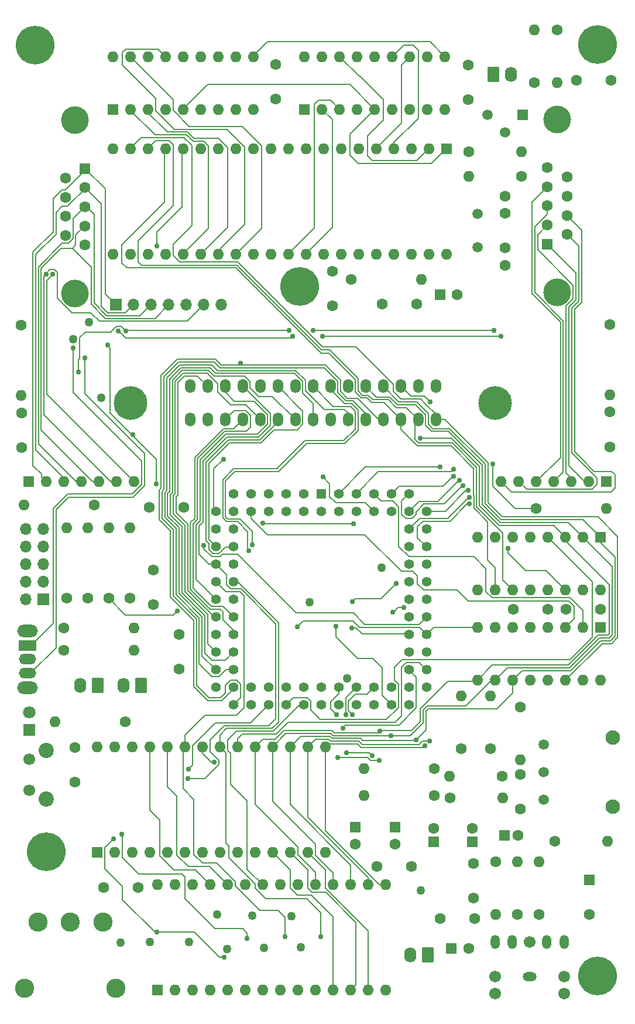
<source format=gbr>
%TF.GenerationSoftware,KiCad,Pcbnew,7.0.11-7.0.11~ubuntu22.04.1*%
%TF.CreationDate,2024-11-24T12:14:37-05:00*%
%TF.ProjectId,coleco_original,636f6c65-636f-45f6-9f72-6967696e616c,DEV*%
%TF.SameCoordinates,Original*%
%TF.FileFunction,Copper,L1,Top*%
%TF.FilePolarity,Positive*%
%FSLAX46Y46*%
G04 Gerber Fmt 4.6, Leading zero omitted, Abs format (unit mm)*
G04 Created by KiCad (PCBNEW 7.0.11-7.0.11~ubuntu22.04.1) date 2024-11-24 12:14:37*
%MOMM*%
%LPD*%
G01*
G04 APERTURE LIST*
G04 Aperture macros list*
%AMRoundRect*
0 Rectangle with rounded corners*
0 $1 Rounding radius*
0 $2 $3 $4 $5 $6 $7 $8 $9 X,Y pos of 4 corners*
0 Add a 4 corners polygon primitive as box body*
4,1,4,$2,$3,$4,$5,$6,$7,$8,$9,$2,$3,0*
0 Add four circle primitives for the rounded corners*
1,1,$1+$1,$2,$3*
1,1,$1+$1,$4,$5*
1,1,$1+$1,$6,$7*
1,1,$1+$1,$8,$9*
0 Add four rect primitives between the rounded corners*
20,1,$1+$1,$2,$3,$4,$5,0*
20,1,$1+$1,$4,$5,$6,$7,0*
20,1,$1+$1,$6,$7,$8,$9,0*
20,1,$1+$1,$8,$9,$2,$3,0*%
G04 Aperture macros list end*
%TA.AperFunction,ComponentPad*%
%ADD10C,1.500000*%
%TD*%
%TA.AperFunction,ComponentPad*%
%ADD11C,1.600000*%
%TD*%
%TA.AperFunction,ComponentPad*%
%ADD12O,1.600000X1.600000*%
%TD*%
%TA.AperFunction,ComponentPad*%
%ADD13C,5.600000*%
%TD*%
%TA.AperFunction,ComponentPad*%
%ADD14R,1.600000X1.600000*%
%TD*%
%TA.AperFunction,ComponentPad*%
%ADD15RoundRect,0.250000X-0.620000X-0.845000X0.620000X-0.845000X0.620000X0.845000X-0.620000X0.845000X0*%
%TD*%
%TA.AperFunction,ComponentPad*%
%ADD16O,1.740000X2.190000*%
%TD*%
%TA.AperFunction,ComponentPad*%
%ADD17C,4.000000*%
%TD*%
%TA.AperFunction,ComponentPad*%
%ADD18RoundRect,0.250000X0.620000X0.845000X-0.620000X0.845000X-0.620000X-0.845000X0.620000X-0.845000X0*%
%TD*%
%TA.AperFunction,ComponentPad*%
%ADD19C,2.100000*%
%TD*%
%TA.AperFunction,ComponentPad*%
%ADD20O,2.006600X1.320800*%
%TD*%
%TA.AperFunction,ComponentPad*%
%ADD21O,1.320800X2.006600*%
%TD*%
%TA.AperFunction,ComponentPad*%
%ADD22C,1.701800*%
%TD*%
%TA.AperFunction,ComponentPad*%
%ADD23R,1.700000X1.700000*%
%TD*%
%TA.AperFunction,ComponentPad*%
%ADD24O,1.700000X1.700000*%
%TD*%
%TA.AperFunction,ComponentPad*%
%ADD25R,1.422400X1.422400*%
%TD*%
%TA.AperFunction,ComponentPad*%
%ADD26C,1.422400*%
%TD*%
%TA.AperFunction,ComponentPad*%
%ADD27R,1.800000X1.800000*%
%TD*%
%TA.AperFunction,ComponentPad*%
%ADD28C,1.800000*%
%TD*%
%TA.AperFunction,ComponentPad*%
%ADD29C,2.200000*%
%TD*%
%TA.AperFunction,ComponentPad*%
%ADD30C,1.700000*%
%TD*%
%TA.AperFunction,ComponentPad*%
%ADD31O,3.000000X1.800000*%
%TD*%
%TA.AperFunction,ComponentPad*%
%ADD32R,2.500000X1.500000*%
%TD*%
%TA.AperFunction,ComponentPad*%
%ADD33O,2.500000X1.500000*%
%TD*%
%TA.AperFunction,ComponentPad*%
%ADD34O,1.500000X2.000000*%
%TD*%
%TA.AperFunction,ComponentPad*%
%ADD35C,4.875000*%
%TD*%
%TA.AperFunction,ComponentPad*%
%ADD36C,2.775000*%
%TD*%
%TA.AperFunction,ComponentPad*%
%ADD37R,1.500000X1.500000*%
%TD*%
%TA.AperFunction,ViaPad*%
%ADD38C,1.270000*%
%TD*%
%TA.AperFunction,ViaPad*%
%ADD39C,0.762000*%
%TD*%
%TA.AperFunction,Conductor*%
%ADD40C,0.203200*%
%TD*%
G04 APERTURE END LIST*
D10*
%TO.P,Y1,1,1*%
%TO.N,Net-(U6-XTAL1)*%
X136144000Y-73799000D03*
%TO.P,Y1,2,2*%
%TO.N,Net-(U6-XTAL2)*%
X136144000Y-78679000D03*
%TD*%
D11*
%TO.P,R6,1*%
%TO.N,Net-(C4-Pad2)*%
X137972800Y-151091200D03*
D12*
%TO.P,R6,2*%
%TO.N,Net-(U11-OUT)*%
X137972800Y-143471200D03*
%TD*%
D11*
%TO.P,C4,1*%
%TO.N,GNDD*%
X142290800Y-154839600D03*
%TO.P,C4,2*%
%TO.N,Net-(C4-Pad2)*%
X142290800Y-159839600D03*
%TD*%
D13*
%TO.P,H6,1,1*%
%TO.N,unconnected-(H6-Pad1)*%
X153441400Y-49364200D03*
%TD*%
D14*
%TO.P,U6,1,~{RAS}*%
%TO.N,/video/nRAS*%
X131622800Y-64451800D03*
D12*
%TO.P,U6,2,~{CAS}*%
%TO.N,/video/nCAS*%
X129082800Y-64451800D03*
%TO.P,U6,3,AD7*%
%TO.N,/video/AD7*%
X126542800Y-64451800D03*
%TO.P,U6,4,AD6*%
%TO.N,/video/AD6*%
X124002800Y-64451800D03*
%TO.P,U6,5,AD5*%
%TO.N,/video/AD5*%
X121462800Y-64451800D03*
%TO.P,U6,6,AD4*%
%TO.N,/video/AD4*%
X118922800Y-64451800D03*
%TO.P,U6,7,AD3*%
%TO.N,/video/AD3*%
X116382800Y-64451800D03*
%TO.P,U6,8,AD2*%
%TO.N,/video/AD2*%
X113842800Y-64451800D03*
%TO.P,U6,9,AD1*%
%TO.N,/video/AD1*%
X111302800Y-64451800D03*
%TO.P,U6,10,AD0*%
%TO.N,/video/AD0*%
X108762800Y-64451800D03*
%TO.P,U6,11,R/~{W}*%
%TO.N,/video/RnW*%
X106222800Y-64451800D03*
%TO.P,U6,12,VSS*%
%TO.N,GNDD*%
X103682800Y-64451800D03*
%TO.P,U6,13,MODE*%
%TO.N,/GLUE/A0*%
X101142800Y-64451800D03*
%TO.P,U6,14,~{CSW}*%
%TO.N,/GLUE/~{CSW}*%
X98602800Y-64451800D03*
%TO.P,U6,15,~{CSR}*%
%TO.N,/GLUE/~{CSR}*%
X96062800Y-64451800D03*
%TO.P,U6,16,~{INT}*%
%TO.N,/cpu/~{NMI}*%
X93522800Y-64451800D03*
%TO.P,U6,17,CD7*%
%TO.N,/GLUE/D0*%
X90982800Y-64451800D03*
%TO.P,U6,18,CD6*%
%TO.N,/GLUE/D1*%
X88442800Y-64451800D03*
%TO.P,U6,19,CD5*%
%TO.N,/GLUE/D2*%
X85902800Y-64451800D03*
%TO.P,U6,20,CD4*%
%TO.N,/GLUE/D3*%
X83362800Y-64451800D03*
%TO.P,U6,21,CD3*%
%TO.N,/GLUE/D4*%
X83362800Y-79691800D03*
%TO.P,U6,22,CD2*%
%TO.N,/GLUE/D5*%
X85902800Y-79691800D03*
%TO.P,U6,23,CD1*%
%TO.N,/GLUE/D6*%
X88442800Y-79691800D03*
%TO.P,U6,24,CD0*%
%TO.N,/GLUE/D7*%
X90982800Y-79691800D03*
%TO.P,U6,25,RD7*%
%TO.N,/video/R7*%
X93522800Y-79691800D03*
%TO.P,U6,26,RD6*%
%TO.N,/video/R6*%
X96062800Y-79691800D03*
%TO.P,U6,27,RD5*%
%TO.N,/video/R5*%
X98602800Y-79691800D03*
%TO.P,U6,28,RD4*%
%TO.N,/video/R4*%
X101142800Y-79691800D03*
%TO.P,U6,29,RD3*%
%TO.N,/video/R3*%
X103682800Y-79691800D03*
%TO.P,U6,30,RD2*%
%TO.N,/video/R2*%
X106222800Y-79691800D03*
%TO.P,U6,31,RD1*%
%TO.N,/video/R1*%
X108762800Y-79691800D03*
%TO.P,U6,32,RD0*%
%TO.N,/video/R0*%
X111302800Y-79691800D03*
%TO.P,U6,33,VCC*%
%TO.N,+5P*%
X113842800Y-79691800D03*
%TO.P,U6,34,~{RESET}*%
%TO.N,/GLUE/~{RESET}*%
X116382800Y-79691800D03*
%TO.P,U6,35,EXTVID*%
%TO.N,unconnected-(U6-EXTVID-Pad35)*%
X118922800Y-79691800D03*
%TO.P,U6,36,COMVID*%
%TO.N,/video/Y*%
X121462800Y-79691800D03*
%TO.P,U6,37,NC*%
%TO.N,unconnected-(U6-NC-Pad37)*%
X124002800Y-79691800D03*
%TO.P,U6,38,CPUCLK*%
%TO.N,/GLUE/CLK*%
X126542800Y-79691800D03*
%TO.P,U6,39,XTAL2*%
%TO.N,Net-(U6-XTAL2)*%
X129082800Y-79691800D03*
%TO.P,U6,40,XTAL1*%
%TO.N,Net-(U6-XTAL1)*%
X131622800Y-79691800D03*
%TD*%
D15*
%TO.P,J3,1,In*%
%TO.N,Net-(J3-In)*%
X138379200Y-53656800D03*
D16*
%TO.P,J3,2,Ext*%
%TO.N,GNDD*%
X140919200Y-53656800D03*
%TD*%
D17*
%TO.P,J5,0*%
%TO.N,N/C*%
X77901800Y-60311600D03*
X77901800Y-85311600D03*
D14*
%TO.P,J5,1,1*%
%TO.N,/GLUE/C1P1*%
X79321800Y-67271600D03*
D11*
%TO.P,J5,2,2*%
%TO.N,/GLUE/C1P2*%
X79321800Y-70041600D03*
%TO.P,J5,3,3*%
%TO.N,/GLUE/C1P3*%
X79321800Y-72811600D03*
%TO.P,J5,4,4*%
%TO.N,/GLUE/C1P4*%
X79321800Y-75581600D03*
%TO.P,J5,5,5*%
%TO.N,/controller/ex_ARM*%
X79321800Y-78351600D03*
%TO.P,J5,6,6*%
%TO.N,/GLUE/C1P6*%
X76481800Y-68656600D03*
%TO.P,J5,7,7*%
%TO.N,/GLUE/C1P7*%
X76481800Y-71426600D03*
%TO.P,J5,8,8*%
%TO.N,/controller/ex_FIRE*%
X76481800Y-74196600D03*
%TO.P,J5,9,9*%
%TO.N,Net-(J5-Pad9)*%
X76481800Y-76966600D03*
%TD*%
%TO.P,R19,1*%
%TO.N,Net-(J5-Pad9)*%
X70078600Y-89928000D03*
D12*
%TO.P,R19,2*%
%TO.N,/GLUE/C1P9*%
X70078600Y-100088000D03*
%TD*%
D14*
%TO.P,C3,1*%
%TO.N,+5V*%
X118459000Y-162459088D03*
D11*
%TO.P,C3,2*%
%TO.N,GNDD*%
X118459000Y-164959088D03*
%TD*%
D14*
%TO.P,C28,1*%
%TO.N,Net-(U1-BYPASS)*%
X129736600Y-164619313D03*
D11*
%TO.P,C28,2*%
%TO.N,GNDD*%
X129736600Y-162619313D03*
%TD*%
%TO.P,R14,1*%
%TO.N,/GLUE/TDI*%
X85852000Y-129399600D03*
D12*
%TO.P,R14,2*%
%TO.N,+5V*%
X85852000Y-119239600D03*
%TD*%
D11*
%TO.P,R22,1*%
%TO.N,+5V*%
X85140800Y-147255800D03*
D12*
%TO.P,R22,2*%
%TO.N,Net-(D1-A)*%
X74980800Y-147255800D03*
%TD*%
D14*
%TO.P,RN1,1,common*%
%TO.N,+5V*%
X71170800Y-112508600D03*
D12*
%TO.P,RN1,2,R1*%
%TO.N,/GLUE/C1P1*%
X73710800Y-112508600D03*
%TO.P,RN1,3,R2*%
%TO.N,/GLUE/C1P2*%
X76250800Y-112508600D03*
%TO.P,RN1,4,R3*%
%TO.N,/GLUE/C1P3*%
X78790800Y-112508600D03*
%TO.P,RN1,5,R4*%
%TO.N,/GLUE/C1P4*%
X81330800Y-112508600D03*
%TO.P,RN1,6,R5*%
%TO.N,/GLUE/C1P6*%
X83870800Y-112508600D03*
%TO.P,RN1,7,R6*%
%TO.N,/GLUE/C1P7*%
X86410800Y-112508600D03*
%TD*%
D11*
%TO.P,R29,1*%
%TO.N,Net-(L1-Pad1)*%
X132105400Y-158203200D03*
D12*
%TO.P,R29,2*%
%TO.N,+5VA*%
X139725400Y-158203200D03*
%TD*%
D11*
%TO.P,L3,1,1*%
%TO.N,+5P*%
X117830600Y-83349400D03*
D12*
%TO.P,L3,2,2*%
%TO.N,+5V*%
X127990600Y-83349400D03*
%TD*%
D14*
%TO.P,C24,1*%
%TO.N,+5VA*%
X132322688Y-179971000D03*
D11*
%TO.P,C24,2*%
%TO.N,GNDD*%
X134822688Y-179971000D03*
%TD*%
D13*
%TO.P,H2,1,1*%
%TO.N,unconnected-(H2-Pad1)*%
X73710800Y-166051800D03*
%TD*%
D11*
%TO.P,R23,1*%
%TO.N,Net-(C26-Pad1)*%
X139700000Y-155129800D03*
D12*
%TO.P,R23,2*%
%TO.N,Net-(U1-IN)*%
X132080000Y-155129800D03*
%TD*%
D14*
%TO.P,U4,1,A14*%
%TO.N,/storage/A14e*%
X89799000Y-186046600D03*
D12*
%TO.P,U4,2,A12*%
%TO.N,/storage/A12e*%
X92339000Y-186046600D03*
%TO.P,U4,3,A7*%
%TO.N,/GLUE/A7*%
X94879000Y-186046600D03*
%TO.P,U4,4,A6*%
%TO.N,/GLUE/A6*%
X97419000Y-186046600D03*
%TO.P,U4,5,A5*%
%TO.N,/GLUE/A5*%
X99959000Y-186046600D03*
%TO.P,U4,6,A4*%
%TO.N,/GLUE/A4*%
X102499000Y-186046600D03*
%TO.P,U4,7,A3*%
%TO.N,/GLUE/A3*%
X105039000Y-186046600D03*
%TO.P,U4,8,A2*%
%TO.N,/GLUE/A2*%
X107579000Y-186046600D03*
%TO.P,U4,9,A1*%
%TO.N,/GLUE/A1*%
X110119000Y-186046600D03*
%TO.P,U4,10,A0*%
%TO.N,/GLUE/A0*%
X112659000Y-186046600D03*
%TO.P,U4,11,Q0*%
%TO.N,/GLUE/D0*%
X115199000Y-186046600D03*
%TO.P,U4,12,Q1*%
%TO.N,/GLUE/D1*%
X117739000Y-186046600D03*
%TO.P,U4,13,Q2*%
%TO.N,/GLUE/D2*%
X120279000Y-186046600D03*
%TO.P,U4,14,GND*%
%TO.N,GNDD*%
X122819000Y-186046600D03*
%TO.P,U4,15,Q3*%
%TO.N,/GLUE/D3*%
X122819000Y-170806600D03*
%TO.P,U4,16,Q4*%
%TO.N,/GLUE/D4*%
X120279000Y-170806600D03*
%TO.P,U4,17,Q5*%
%TO.N,/GLUE/D5*%
X117739000Y-170806600D03*
%TO.P,U4,18,Q6*%
%TO.N,/GLUE/D6*%
X115199000Y-170806600D03*
%TO.P,U4,19,Q7*%
%TO.N,/GLUE/D7*%
X112659000Y-170806600D03*
%TO.P,U4,20,~{CS}*%
%TO.N,/GLUE/~{RAM_CS}*%
X110119000Y-170806600D03*
%TO.P,U4,21,A10*%
%TO.N,/storage/A10e*%
X107579000Y-170806600D03*
%TO.P,U4,22,~{OE}*%
%TO.N,/GLUE/~{RAM_OE}*%
X105039000Y-170806600D03*
%TO.P,U4,23,A11*%
%TO.N,/storage/A11e*%
X102499000Y-170806600D03*
%TO.P,U4,24,A9*%
%TO.N,/GLUE/A9*%
X99959000Y-170806600D03*
%TO.P,U4,25,A8*%
%TO.N,/GLUE/A8*%
X97419000Y-170806600D03*
%TO.P,U4,26,A13*%
%TO.N,/storage/A13e*%
X94879000Y-170806600D03*
%TO.P,U4,27,~{WE}*%
%TO.N,/GLUE/~{WR}*%
X92339000Y-170806600D03*
%TO.P,U4,28,VCC*%
%TO.N,+5V*%
X89799000Y-170806600D03*
%TD*%
D11*
%TO.P,L1,1,1*%
%TO.N,Net-(L1-Pad1)*%
X129870200Y-157873000D03*
D12*
%TO.P,L1,2,2*%
%TO.N,+5V*%
X119710200Y-157873000D03*
%TD*%
D14*
%TO.P,U7,1,~{G}*%
%TO.N,GNDD*%
X111074200Y-58736800D03*
D12*
%TO.P,U7,2,DQ1*%
%TO.N,/video/R0*%
X113614200Y-58736800D03*
%TO.P,U7,3,DQ2*%
%TO.N,/video/R1*%
X116154200Y-58736800D03*
%TO.P,U7,4,~{W}*%
%TO.N,/video/RnW*%
X118694200Y-58736800D03*
%TO.P,U7,5,~{RAS}*%
%TO.N,/video/nRAS*%
X121234200Y-58736800D03*
%TO.P,U7,6,A6*%
%TO.N,/video/AD1*%
X123774200Y-58736800D03*
%TO.P,U7,7,A5*%
%TO.N,/video/AD2*%
X126314200Y-58736800D03*
%TO.P,U7,8,A4*%
%TO.N,/video/AD3*%
X128854200Y-58736800D03*
%TO.P,U7,9,VDD*%
%TO.N,+5P*%
X131394200Y-58736800D03*
%TO.P,U7,10,A7*%
%TO.N,/video/AD0*%
X131394200Y-51116800D03*
%TO.P,U7,11,A3*%
%TO.N,/video/AD4*%
X128854200Y-51116800D03*
%TO.P,U7,12,A2*%
%TO.N,/video/AD5*%
X126314200Y-51116800D03*
%TO.P,U7,13,A1*%
%TO.N,/video/AD6*%
X123774200Y-51116800D03*
%TO.P,U7,14,A0*%
%TO.N,/video/AD7*%
X121234200Y-51116800D03*
%TO.P,U7,15,DQ3*%
%TO.N,/video/R2*%
X118694200Y-51116800D03*
%TO.P,U7,16,~{CAS}*%
%TO.N,/video/nCAS*%
X116154200Y-51116800D03*
%TO.P,U7,17,DQ4*%
%TO.N,/video/R3*%
X113614200Y-51116800D03*
%TO.P,U7,18,VSS*%
%TO.N,GNDD*%
X111074200Y-51116800D03*
%TD*%
D18*
%TO.P,J11,1,Pin_1*%
%TO.N,+5V*%
X81203800Y-141992600D03*
D16*
%TO.P,J11,2,Pin_2*%
%TO.N,GNDD*%
X78663800Y-141992600D03*
%TD*%
D11*
%TO.P,C10,1*%
%TO.N,+5V*%
X86995000Y-171233400D03*
%TO.P,C10,2*%
%TO.N,GNDD*%
X81995000Y-171233400D03*
%TD*%
%TO.P,C20,1*%
%TO.N,/GLUE/C1P9*%
X70129400Y-102581000D03*
%TO.P,C20,2*%
%TO.N,GNDD*%
X70129400Y-107581000D03*
%TD*%
%TO.P,C36,1*%
%TO.N,+5P*%
X115087400Y-82119400D03*
%TO.P,C36,2*%
%TO.N,GNDD*%
X115087400Y-87119400D03*
%TD*%
D10*
%TO.P,RV1,1,1*%
%TO.N,GNDD*%
X145698800Y-150514800D03*
%TO.P,RV1,2,2*%
%TO.N,Net-(C26-Pad2)*%
X145698800Y-154514800D03*
%TO.P,RV1,3,3*%
%TO.N,Net-(C4-Pad2)*%
X145698800Y-158514800D03*
D19*
%TO.P,RV1,MH1*%
%TO.N,N/C*%
X155698800Y-149514800D03*
%TO.P,RV1,MH2*%
X155698800Y-159514800D03*
%TD*%
D20*
%TO.P,J9,1*%
%TO.N,GNDD*%
X143640800Y-184049599D03*
D21*
%TO.P,J9,2*%
%TO.N,/sound/HP+*%
X148640800Y-179049602D03*
%TO.P,J9,3*%
X138640800Y-179049602D03*
%TO.P,J9,4*%
%TO.N,/sound/HP_BTL*%
X146140800Y-179049602D03*
%TO.P,J9,5*%
%TO.N,unconnected-(J9-Pad5)*%
X141140800Y-179049602D03*
D22*
%TO.P,J9,6*%
%TO.N,N/C*%
X148640800Y-186549600D03*
%TO.P,J9,7*%
X138640800Y-186549600D03*
%TO.P,J9,8*%
X148640800Y-184049599D03*
%TO.P,J9,9*%
X138640800Y-184049599D03*
%TO.P,J9,10*%
X143640800Y-179049602D03*
%TD*%
D11*
%TO.P,R28,1*%
%TO.N,/GLUE/C2P9*%
X144576800Y-116445600D03*
D12*
%TO.P,R28,2*%
%TO.N,+5V*%
X154736800Y-116445600D03*
%TD*%
D11*
%TO.P,R10,1*%
%TO.N,GNDD*%
X147599400Y-47256000D03*
D12*
%TO.P,R10,2*%
%TO.N,Net-(J3-In)*%
X147599400Y-54876000D03*
%TD*%
D11*
%TO.P,R16,1*%
%TO.N,/GLUE/TDO*%
X79756000Y-129374200D03*
D12*
%TO.P,R16,2*%
%TO.N,+5V*%
X79756000Y-119214200D03*
%TD*%
D23*
%TO.P,J6,1,Pin_1*%
%TO.N,/GLUE/TCK*%
X73334800Y-129572400D03*
D24*
%TO.P,J6,2,Pin_2*%
%TO.N,GNDD*%
X70794800Y-129572400D03*
%TO.P,J6,3,Pin_3*%
%TO.N,/GLUE/TDO*%
X73334800Y-127032400D03*
%TO.P,J6,4,Pin_4*%
%TO.N,+5V*%
X70794800Y-127032400D03*
%TO.P,J6,5,Pin_5*%
%TO.N,/GLUE/TMS*%
X73334800Y-124492400D03*
%TO.P,J6,6,Pin_6*%
%TO.N,unconnected-(J6-Pin_6-Pad6)*%
X70794800Y-124492400D03*
%TO.P,J6,7,Pin_7*%
%TO.N,unconnected-(J6-Pin_7-Pad7)*%
X73334800Y-121952400D03*
%TO.P,J6,8,Pin_8*%
%TO.N,unconnected-(J6-Pin_8-Pad8)*%
X70794800Y-121952400D03*
%TO.P,J6,9,Pin_9*%
%TO.N,/GLUE/TDI*%
X73334800Y-119412400D03*
%TO.P,J6,10,Pin_10*%
%TO.N,GNDD*%
X70794800Y-119412400D03*
%TD*%
D11*
%TO.P,R12,1*%
%TO.N,Net-(Q1-B)*%
X142494000Y-68414200D03*
D12*
%TO.P,R12,2*%
%TO.N,/video/Y*%
X134874000Y-68414200D03*
%TD*%
D11*
%TO.P,C8,1*%
%TO.N,+5VD*%
X153934800Y-130999800D03*
%TO.P,C8,2*%
%TO.N,GNDD*%
X148934800Y-130999800D03*
%TD*%
%TO.P,R3,1*%
%TO.N,/GLUE/C1P9*%
X80695800Y-115937600D03*
D12*
%TO.P,R3,2*%
%TO.N,+5V*%
X70535800Y-115937600D03*
%TD*%
D11*
%TO.P,C7,1*%
%TO.N,+5VA*%
X130723000Y-175653000D03*
%TO.P,C7,2*%
%TO.N,GNDD*%
X135723000Y-175653000D03*
%TD*%
D14*
%TO.P,C27,1*%
%TO.N,Net-(U1-SE{slash}~{BTL})*%
X135375400Y-164619313D03*
D11*
%TO.P,C27,2*%
%TO.N,GNDD*%
X135375400Y-162619313D03*
%TD*%
%TO.P,R17,1*%
%TO.N,/GLUE/TCK*%
X76708000Y-129374200D03*
D12*
%TO.P,R17,2*%
%TO.N,GNDD*%
X76708000Y-119214200D03*
%TD*%
D17*
%TO.P,J7,0*%
%TO.N,N/C*%
X147652600Y-85170800D03*
X147652600Y-60170800D03*
D14*
%TO.P,J7,1,1*%
%TO.N,/GLUE/C2P1*%
X146232600Y-78210800D03*
D11*
%TO.P,J7,2,2*%
%TO.N,/GLUE/C2P2*%
X146232600Y-75440800D03*
%TO.P,J7,3,3*%
%TO.N,/GLUE/C2P3*%
X146232600Y-72670800D03*
%TO.P,J7,4,4*%
%TO.N,/GLUE/C2P4*%
X146232600Y-69900800D03*
%TO.P,J7,5,5*%
%TO.N,/controller/ex_ARM*%
X146232600Y-67130800D03*
%TO.P,J7,6,6*%
%TO.N,/GLUE/C2P6*%
X149072600Y-76825800D03*
%TO.P,J7,7,7*%
%TO.N,/GLUE/C2P7*%
X149072600Y-74055800D03*
%TO.P,J7,8,8*%
%TO.N,/controller/ex_FIRE*%
X149072600Y-71285800D03*
%TO.P,J7,9,9*%
%TO.N,Net-(J7-Pad9)*%
X149072600Y-68515800D03*
%TD*%
D25*
%TO.P,U9,1,INPUT/GLCRn*%
%TO.N,/GLUE/~{RESET_SW}*%
X113487200Y-114300900D03*
D26*
%TO.P,U9,2,INPUT/OE2/(GCLK2)*%
%TO.N,/GLUE/C1P1*%
X113487200Y-116840900D03*
%TO.P,U9,3,VCCINT*%
%TO.N,+5V*%
X110947200Y-114300900D03*
%TO.P,U9,4,I/O*%
%TO.N,/GLUE/C1P2*%
X110947200Y-116840900D03*
%TO.P,U9,5,I/O*%
%TO.N,/GLUE/C1P3*%
X108407200Y-114300900D03*
%TO.P,U9,6,I/O*%
%TO.N,/GLUE/C1P4*%
X108407200Y-116840900D03*
%TO.P,U9,7,GND*%
%TO.N,GNDD*%
X105867200Y-114300900D03*
%TO.P,U9,8,I/O*%
%TO.N,/GLUE/C1P6*%
X105867200Y-116840900D03*
%TO.P,U9,9,I/O*%
%TO.N,/GLUE/C1P7*%
X103327200Y-114300900D03*
%TO.P,U9,10,I/O*%
%TO.N,/GLUE/AS*%
X103327200Y-116840900D03*
%TO.P,U9,11,I/O*%
%TO.N,/GLUE/C5_ARM*%
X100787200Y-114300900D03*
%TO.P,U9,12,I/O*%
%TO.N,/GLUE/C8_FIRE*%
X98247200Y-116840900D03*
%TO.P,U9,13,VCCIO*%
%TO.N,+5V*%
X100787200Y-116840900D03*
%TO.P,U9,14,I/O/(TDI)*%
%TO.N,/GLUE/TDI*%
X98247200Y-119380900D03*
%TO.P,U9,15,I/O*%
%TO.N,/GLUE/A15*%
X100787200Y-119380900D03*
%TO.P,U9,16,I/O*%
%TO.N,/GLUE/A14*%
X98247200Y-121920900D03*
%TO.P,U9,17,I/O*%
%TO.N,/GLUE/A13*%
X100787200Y-121920900D03*
%TO.P,U9,18,I/O*%
%TO.N,/GLUE/A12*%
X98247200Y-124460900D03*
%TO.P,U9,19,GND*%
%TO.N,GNDD*%
X100787200Y-124460900D03*
%TO.P,U9,20,I/O*%
%TO.N,/GLUE/A11*%
X98247200Y-127000900D03*
%TO.P,U9,21,I/O*%
%TO.N,/GLUE/A10*%
X100787200Y-127000900D03*
%TO.P,U9,22,I/O*%
%TO.N,/GLUE/A9*%
X98247200Y-129540900D03*
%TO.P,U9,23,I/O/(TMS)*%
%TO.N,/GLUE/TMS*%
X100787200Y-129540900D03*
%TO.P,U9,24,I/O*%
%TO.N,/GLUE/A8*%
X98247200Y-132080900D03*
%TO.P,U9,25,I/O*%
%TO.N,/GLUE/A7*%
X100787200Y-132080900D03*
%TO.P,U9,26,VCCIO*%
%TO.N,+5V*%
X98247200Y-134620900D03*
%TO.P,U9,27,I/O*%
%TO.N,/GLUE/A6*%
X100787200Y-134620900D03*
%TO.P,U9,28,I/O*%
%TO.N,/GLUE/A5*%
X98247200Y-137160900D03*
%TO.P,U9,29,I/O*%
%TO.N,/GLUE/A4*%
X100787200Y-137160900D03*
%TO.P,U9,30,I/O*%
%TO.N,/GLUE/A3*%
X98247200Y-139700900D03*
%TO.P,U9,31,I/O*%
%TO.N,/GLUE/A2*%
X100787200Y-139700900D03*
%TO.P,U9,32,GND*%
%TO.N,GNDD*%
X98247200Y-142240900D03*
%TO.P,U9,33,I/O*%
%TO.N,/GLUE/A1*%
X100787200Y-144780900D03*
%TO.P,U9,34,I/O*%
%TO.N,/GLUE/A0*%
X100787200Y-142240900D03*
%TO.P,U9,35,I/O*%
%TO.N,/GLUE/~{M1}*%
X103327200Y-144780900D03*
%TO.P,U9,36,I/O*%
%TO.N,/GLUE/~{RFSH}*%
X103327200Y-142240900D03*
%TO.P,U9,37,I/O*%
%TO.N,/storage/ram_mirror*%
X105867200Y-144780900D03*
%TO.P,U9,38,VCCIO*%
%TO.N,+5V*%
X105867200Y-142240900D03*
%TO.P,U9,39,I/O*%
%TO.N,/GLUE/~{WAIT}*%
X108407200Y-144780900D03*
%TO.P,U9,40,I/O*%
%TO.N,/GLUE/~{RD}*%
X108407200Y-142240900D03*
%TO.P,U9,41,I/O*%
%TO.N,/GLUE/~{RAM_OE}*%
X110947200Y-144780900D03*
%TO.P,U9,42,GND*%
%TO.N,GNDD*%
X110947200Y-142240900D03*
%TO.P,U9,43,VCCITN*%
%TO.N,+5V*%
X113487200Y-144780900D03*
%TO.P,U9,44,I/O*%
%TO.N,/GLUE/~{IORQ}*%
X113487200Y-142240900D03*
%TO.P,U9,45,I/O*%
%TO.N,/GLUE/~{MREQ}*%
X116027200Y-144780900D03*
%TO.P,U9,46,I/O*%
%TO.N,/GLUE/D0*%
X116027200Y-142240900D03*
%TO.P,U9,47,GND*%
%TO.N,GNDD*%
X118567200Y-144780900D03*
%TO.P,U9,48,I/O*%
%TO.N,/GLUE/D1*%
X118567200Y-142240900D03*
%TO.P,U9,49,I/O*%
%TO.N,/GLUE/D7*%
X121107200Y-144780900D03*
%TO.P,U9,50,I/O*%
%TO.N,/GLUE/D2*%
X121107200Y-142240900D03*
%TO.P,U9,51,I/O*%
%TO.N,/GLUE/D6*%
X123647200Y-144780900D03*
%TO.P,U9,52,I/O*%
%TO.N,/GLUE/D5*%
X123647200Y-142240900D03*
%TO.P,U9,53,VCCIO*%
%TO.N,+5V*%
X126187200Y-144780900D03*
%TO.P,U9,54,I/O*%
%TO.N,/GLUE/D4*%
X128727200Y-142240900D03*
%TO.P,U9,55,I/O*%
%TO.N,/GLUE/D3*%
X126187200Y-142240900D03*
%TO.P,U9,56,I/O*%
%TO.N,/GLUE/~{ROM_ENABLE}*%
X128727200Y-139700900D03*
%TO.P,U9,57,I/O*%
%TO.N,/GLUE/~{RAM_CS}*%
X126187200Y-139700900D03*
%TO.P,U9,58,I/O*%
%TO.N,/GLUE/~{SND_ENABLE}*%
X128727200Y-137160900D03*
%TO.P,U9,59,GND*%
%TO.N,GNDD*%
X126187200Y-137160900D03*
%TO.P,U9,60,I/O*%
%TO.N,/GLUE/~{RESET}*%
X128727200Y-134620900D03*
%TO.P,U9,61,I/O*%
%TO.N,/GLUE/~{INT}*%
X126187200Y-134620900D03*
%TO.P,U9,62,I/O/(TCK)*%
%TO.N,/GLUE/TCK*%
X128727200Y-132080900D03*
%TO.P,U9,63,I/O*%
%TO.N,/GLUE/~{CS_hC000}*%
X126187200Y-132080900D03*
%TO.P,U9,64,I/O*%
%TO.N,/GLUE/~{CS_hA000}*%
X128727200Y-129540900D03*
%TO.P,U9,65,I/O*%
%TO.N,/GLUE/~{CS_h8000}*%
X126187200Y-129540900D03*
%TO.P,U9,66,VCCIO*%
%TO.N,+5V*%
X128727200Y-127000900D03*
%TO.P,U9,67,I/O*%
%TO.N,/GLUE/~{CS_hE000}*%
X126187200Y-127000900D03*
%TO.P,U9,68,I/O*%
%TO.N,/GLUE/~{CSR}*%
X128727200Y-124460900D03*
%TO.P,U9,69,I/O*%
%TO.N,/GLUE/~{CSW}*%
X126187200Y-124460900D03*
%TO.P,U9,70,I/O*%
%TO.N,/GLUE/C2P1*%
X128727200Y-121920900D03*
%TO.P,U9,71,I/O/(TDO)*%
%TO.N,/GLUE/TDO*%
X126187200Y-121920900D03*
%TO.P,U9,72,GND*%
%TO.N,GNDD*%
X128727200Y-119380900D03*
%TO.P,U9,73,I/O*%
%TO.N,/GLUE/C2P2*%
X126187200Y-119380900D03*
%TO.P,U9,74,I/O*%
%TO.N,/GLUE/C2P3*%
X128727200Y-116840900D03*
%TO.P,U9,75,I/O*%
%TO.N,/GLUE/C2P4*%
X126187200Y-114300900D03*
%TO.P,U9,76,I/O*%
%TO.N,/GLUE/C2P6*%
X126187200Y-116840900D03*
%TO.P,U9,77,I/O*%
%TO.N,/GLUE/C2P7*%
X123647200Y-114300900D03*
%TO.P,U9,78,VCCIO*%
%TO.N,+5V*%
X123647200Y-116840900D03*
%TO.P,U9,79,I/O*%
%TO.N,/GLUE/~{AY_SND_ENABLE}*%
X121107200Y-114300900D03*
%TO.P,U9,80,I/O*%
%TO.N,/GLUE/C1P9*%
X121107200Y-116840900D03*
%TO.P,U9,81,I/O*%
%TO.N,/GLUE/C2P9*%
X118567200Y-114300900D03*
%TO.P,U9,82,GND*%
%TO.N,GNDD*%
X118567200Y-116840900D03*
%TO.P,U9,83,INPUT/GCLK1*%
%TO.N,/GLUE/CLK*%
X116027200Y-114300900D03*
%TO.P,U9,84,INPUT/OE1*%
%TO.N,/GLUE/~{WR}*%
X116027200Y-116840900D03*
%TD*%
D14*
%TO.P,U11,1,~{WR}*%
%TO.N,/GLUE/~{AY_SND_ENABLE}*%
X153873200Y-133616000D03*
D12*
%TO.P,U11,2,~{CS}*%
X151333200Y-133616000D03*
%TO.P,U11,3,A0*%
%TO.N,/GLUE/AS*%
X148793200Y-133616000D03*
%TO.P,U11,4,VDD*%
%TO.N,+5VD*%
X146253200Y-133616000D03*
%TO.P,U11,5,OUT*%
%TO.N,Net-(U11-OUT)*%
X143713200Y-133616000D03*
%TO.P,U11,6,GND*%
%TO.N,GNDD*%
X141173200Y-133616000D03*
%TO.P,U11,7,CLK*%
%TO.N,/GLUE/CLK*%
X138633200Y-133616000D03*
%TO.P,U11,8,~{RESET}*%
%TO.N,/GLUE/~{RESET}*%
X136093200Y-133616000D03*
%TO.P,U11,9,D7*%
%TO.N,/GLUE/D7*%
X136093200Y-141236000D03*
%TO.P,U11,10,D6*%
%TO.N,/GLUE/D6*%
X138633200Y-141236000D03*
%TO.P,U11,11,D5*%
%TO.N,/GLUE/D5*%
X141173200Y-141236000D03*
%TO.P,U11,12,D4*%
%TO.N,/GLUE/D4*%
X143713200Y-141236000D03*
%TO.P,U11,13,D3*%
%TO.N,/GLUE/D3*%
X146253200Y-141236000D03*
%TO.P,U11,14,D2*%
%TO.N,/GLUE/D2*%
X148793200Y-141236000D03*
%TO.P,U11,15,D1*%
%TO.N,/GLUE/D1*%
X151333200Y-141236000D03*
%TO.P,U11,16,D0*%
%TO.N,/GLUE/D0*%
X153873200Y-141236000D03*
%TD*%
D11*
%TO.P,C16,1*%
%TO.N,Net-(U6-XTAL2)*%
X140081000Y-78746600D03*
%TO.P,C16,2*%
%TO.N,GNDD*%
X140081000Y-81246600D03*
%TD*%
%TO.P,C18,1*%
%TO.N,+5V*%
X92964000Y-134632000D03*
%TO.P,C18,2*%
%TO.N,GNDD*%
X92964000Y-139632000D03*
%TD*%
D27*
%TO.P,D1,1,K*%
%TO.N,GNDD*%
X71297800Y-148403800D03*
D28*
%TO.P,D1,2,A*%
%TO.N,Net-(D1-A)*%
X71297800Y-145863800D03*
%TD*%
D11*
%TO.P,C15,1*%
%TO.N,GNDD*%
X140131800Y-71253600D03*
%TO.P,C15,2*%
%TO.N,Net-(U6-XTAL1)*%
X140131800Y-73753600D03*
%TD*%
%TO.P,R24,1*%
%TO.N,GNDD*%
X147294600Y-164527800D03*
D12*
%TO.P,R24,2*%
%TO.N,/sound/HP+*%
X154914600Y-164527800D03*
%TD*%
D14*
%TO.P,RN2,1,common*%
%TO.N,+5V*%
X154787600Y-112508600D03*
D12*
%TO.P,RN2,2,R1*%
%TO.N,/GLUE/C2P1*%
X152247600Y-112508600D03*
%TO.P,RN2,3,R2*%
%TO.N,/GLUE/C2P2*%
X149707600Y-112508600D03*
%TO.P,RN2,4,R3*%
%TO.N,/GLUE/C2P3*%
X147167600Y-112508600D03*
%TO.P,RN2,5,R4*%
%TO.N,/GLUE/C2P4*%
X144627600Y-112508600D03*
%TO.P,RN2,6,R5*%
%TO.N,/GLUE/C2P6*%
X142087600Y-112508600D03*
%TO.P,RN2,7,R6*%
%TO.N,/GLUE/C2P7*%
X139547600Y-112508600D03*
%TD*%
D11*
%TO.P,C14,1*%
%TO.N,+5P*%
X134772400Y-57299800D03*
%TO.P,C14,2*%
%TO.N,GNDD*%
X134772400Y-52299800D03*
%TD*%
D29*
%TO.P,SW1,*%
%TO.N,*%
X73747000Y-158386400D03*
X73747000Y-151386400D03*
D30*
%TO.P,SW1,1,1*%
%TO.N,Net-(C1-Pad1)*%
X71247000Y-157136400D03*
%TO.P,SW1,2,2*%
%TO.N,GNDD*%
X71247000Y-152636400D03*
%TD*%
D11*
%TO.P,R27,1*%
%TO.N,/sound/HP_BTL*%
X145043450Y-175108800D03*
D12*
%TO.P,R27,2*%
%TO.N,+5VA*%
X145043450Y-167488800D03*
%TD*%
D11*
%TO.P,C25,1*%
%TO.N,GNDD*%
X126589800Y-168185400D03*
%TO.P,C25,2*%
%TO.N,+5V*%
X121589800Y-168185400D03*
%TD*%
D18*
%TO.P,J2,1,Pin_1*%
%TO.N,/sound/SP+*%
X128905000Y-180967000D03*
D16*
%TO.P,J2,2,Pin_2*%
%TO.N,/sound/SP-*%
X126365000Y-180967000D03*
%TD*%
D13*
%TO.P,H7,1,1*%
%TO.N,unconnected-(H7-Pad1)*%
X110375700Y-84352700D03*
%TD*%
D11*
%TO.P,L2,1,1*%
%TO.N,+5VD*%
X129870200Y-154012200D03*
D12*
%TO.P,L2,2,2*%
%TO.N,+5V*%
X119710200Y-154012200D03*
%TD*%
D11*
%TO.P,R5,1*%
%TO.N,Net-(C4-Pad2)*%
X133731000Y-151091200D03*
D12*
%TO.P,R5,2*%
%TO.N,Net-(U2-OUT)*%
X133731000Y-143471200D03*
%TD*%
D14*
%TO.P,U5,1,VPP*%
%TO.N,+5V*%
X81061400Y-166082200D03*
D12*
%TO.P,U5,2,A12*%
%TO.N,/GLUE/A12*%
X83601400Y-166082200D03*
%TO.P,U5,3,A7*%
%TO.N,/GLUE/A7*%
X86141400Y-166082200D03*
%TO.P,U5,4,A6*%
%TO.N,/GLUE/A6*%
X88681400Y-166082200D03*
%TO.P,U5,5,A5*%
%TO.N,/GLUE/A5*%
X91221400Y-166082200D03*
%TO.P,U5,6,A4*%
%TO.N,/GLUE/A4*%
X93761400Y-166082200D03*
%TO.P,U5,7,A3*%
%TO.N,/GLUE/A3*%
X96301400Y-166082200D03*
%TO.P,U5,8,A2*%
%TO.N,/GLUE/A2*%
X98841400Y-166082200D03*
%TO.P,U5,9,A1*%
%TO.N,/GLUE/A1*%
X101381400Y-166082200D03*
%TO.P,U5,10,A0*%
%TO.N,/GLUE/A0*%
X103921400Y-166082200D03*
%TO.P,U5,11,D0*%
%TO.N,/GLUE/D0*%
X106461400Y-166082200D03*
%TO.P,U5,12,D1*%
%TO.N,/GLUE/D1*%
X109001400Y-166082200D03*
%TO.P,U5,13,D2*%
%TO.N,/GLUE/D2*%
X111541400Y-166082200D03*
%TO.P,U5,14,GND*%
%TO.N,GNDD*%
X114081400Y-166082200D03*
%TO.P,U5,15,D3*%
%TO.N,/GLUE/D3*%
X114081400Y-150842200D03*
%TO.P,U5,16,D4*%
%TO.N,/GLUE/D4*%
X111541400Y-150842200D03*
%TO.P,U5,17,D5*%
%TO.N,/GLUE/D5*%
X109001400Y-150842200D03*
%TO.P,U5,18,D6*%
%TO.N,/GLUE/D6*%
X106461400Y-150842200D03*
%TO.P,U5,19,D7*%
%TO.N,/GLUE/D7*%
X103921400Y-150842200D03*
%TO.P,U5,20,~{CE}*%
%TO.N,/GLUE/~{ROM_ENABLE}*%
X101381400Y-150842200D03*
%TO.P,U5,21,A10*%
%TO.N,/GLUE/A10*%
X98841400Y-150842200D03*
%TO.P,U5,22,~{OE}*%
%TO.N,/GLUE/~{ROM_ENABLE}*%
X96301400Y-150842200D03*
%TO.P,U5,23,A11*%
%TO.N,/GLUE/A11*%
X93761400Y-150842200D03*
%TO.P,U5,24,A9*%
%TO.N,/GLUE/A9*%
X91221400Y-150842200D03*
%TO.P,U5,25,A8*%
%TO.N,/GLUE/A8*%
X88681400Y-150842200D03*
%TO.P,U5,26,A13*%
%TO.N,+5V*%
X86141400Y-150842200D03*
%TO.P,U5,27,A14*%
X83601400Y-150842200D03*
%TO.P,U5,28,VCC*%
X81061400Y-150842200D03*
%TD*%
D11*
%TO.P,C19,1*%
%TO.N,+5V*%
X93649800Y-116267800D03*
%TO.P,C19,2*%
%TO.N,GNDD*%
X88649800Y-116267800D03*
%TD*%
D13*
%TO.P,H4,1,1*%
%TO.N,unconnected-(H4-Pad1)*%
X72110600Y-49415000D03*
%TD*%
D11*
%TO.P,R30,1*%
%TO.N,+5VP*%
X144348200Y-54850600D03*
D12*
%TO.P,R30,2*%
%TO.N,+5P*%
X144348200Y-47230600D03*
%TD*%
D11*
%TO.P,R18,1*%
%TO.N,Net-(J7-Pad9)*%
X155270200Y-89801000D03*
D12*
%TO.P,R18,2*%
%TO.N,/GLUE/C2P9*%
X155270200Y-99961000D03*
%TD*%
D11*
%TO.P,R1,1*%
%TO.N,+5V*%
X76250800Y-136892600D03*
D12*
%TO.P,R1,2*%
%TO.N,Net-(C1-Pad1)*%
X86410800Y-136892600D03*
%TD*%
D13*
%TO.P,H1,1,1*%
%TO.N,unconnected-(H1-Pad1)*%
X153466800Y-184009600D03*
%TD*%
D11*
%TO.P,R26,1*%
%TO.N,GNDD*%
X142290800Y-145096800D03*
D12*
%TO.P,R26,2*%
%TO.N,Net-(C26-Pad2)*%
X142290800Y-152716800D03*
%TD*%
D11*
%TO.P,C6,1*%
%TO.N,/sound/SP+*%
X135541550Y-172757400D03*
%TO.P,C6,2*%
%TO.N,Net-(U1-IN)*%
X135541550Y-167757400D03*
%TD*%
%TO.P,R2,1*%
%TO.N,Net-(C1-Pad1)*%
X76250800Y-133717600D03*
D12*
%TO.P,R2,2*%
%TO.N,/GLUE/~{RESET_SW}*%
X86410800Y-133717600D03*
%TD*%
D31*
%TO.P,SW3,*%
%TO.N,*%
X71011800Y-134113400D03*
X71011800Y-142313400D03*
D32*
%TO.P,SW3,1,A*%
%TO.N,/controller/ex_disable*%
X71011800Y-136213400D03*
D33*
%TO.P,SW3,2,B*%
%TO.N,GNDD*%
X71011800Y-138213400D03*
%TO.P,SW3,3,C*%
%TO.N,/controller/in_disable*%
X71011800Y-140213400D03*
%TD*%
D11*
%TO.P,C12,1*%
%TO.N,+5P*%
X106908600Y-57249000D03*
%TO.P,C12,2*%
%TO.N,GNDD*%
X106908600Y-52249000D03*
%TD*%
%TO.P,R15,1*%
%TO.N,/GLUE/TMS*%
X82778600Y-129399600D03*
D12*
%TO.P,R15,2*%
%TO.N,+5V*%
X82778600Y-119239600D03*
%TD*%
D11*
%TO.P,C11,1*%
%TO.N,+5V*%
X77901800Y-150978800D03*
%TO.P,C11,2*%
%TO.N,GNDD*%
X77901800Y-155978800D03*
%TD*%
D14*
%TO.P,C30,1*%
%TO.N,+5V*%
X130697087Y-85533800D03*
D11*
%TO.P,C30,2*%
%TO.N,GNDD*%
X133197087Y-85533800D03*
%TD*%
D18*
%TO.P,J10,1,Pin_1*%
%TO.N,Net-(J10-Pin_1)*%
X87426800Y-141972600D03*
D16*
%TO.P,J10,2,Pin_2*%
%TO.N,GNDD*%
X84886800Y-141972600D03*
%TD*%
D11*
%TO.P,R25,1*%
%TO.N,Net-(U1-IN)*%
X138760200Y-167474200D03*
D12*
%TO.P,R25,2*%
%TO.N,/sound/SP+*%
X138760200Y-175094200D03*
%TD*%
D11*
%TO.P,C21,1*%
%TO.N,/GLUE/C2P9*%
X155244800Y-102490200D03*
%TO.P,C21,2*%
%TO.N,GNDD*%
X155244800Y-107490200D03*
%TD*%
D34*
%TO.P,J4,1,Pin_1*%
%TO.N,/GLUE/D2*%
X130073400Y-103567800D03*
%TO.P,J4,2,Pin_2*%
%TO.N,/GLUE/~{CS_hC000}*%
X130073400Y-98741800D03*
%TO.P,J4,3,Pin_3*%
%TO.N,/GLUE/D1*%
X127533400Y-103567800D03*
%TO.P,J4,4,Pin_4*%
%TO.N,/GLUE/D3*%
X127533400Y-98741800D03*
%TO.P,J4,5,Pin_5*%
%TO.N,/GLUE/D0*%
X124993400Y-103567800D03*
%TO.P,J4,6,Pin_6*%
%TO.N,/GLUE/D4*%
X124993400Y-98741800D03*
%TO.P,J4,7,Pin_7*%
%TO.N,/GLUE/A0*%
X122453400Y-103567800D03*
%TO.P,J4,8,Pin_8*%
%TO.N,/GLUE/D5*%
X122453400Y-98741800D03*
%TO.P,J4,9,Pin_9*%
%TO.N,/GLUE/A1*%
X119913400Y-103567800D03*
%TO.P,J4,10,Pin_10*%
%TO.N,/GLUE/D6*%
X119913400Y-98741800D03*
%TO.P,J4,11,Pin_11*%
%TO.N,/GLUE/A2*%
X117373400Y-103567800D03*
%TO.P,J4,12,Pin_12*%
%TO.N,/GLUE/D7*%
X117373400Y-98741800D03*
%TO.P,J4,13,Pin_13*%
%TO.N,GND*%
X114833400Y-103567800D03*
%TO.P,J4,14,Pin_14*%
%TO.N,/GLUE/A11*%
X114833400Y-98741800D03*
%TO.P,J4,15,Pin_15*%
%TO.N,/GLUE/A3*%
X112293400Y-103567800D03*
%TO.P,J4,16,Pin_16*%
%TO.N,/GLUE/A10*%
X112293400Y-98741800D03*
%TO.P,J4,17,Pin_17*%
%TO.N,/GLUE/A4*%
X109753400Y-103567800D03*
%TO.P,J4,18,Pin_18*%
%TO.N,/GLUE/~{CS_h8000}*%
X109753400Y-98741800D03*
%TO.P,J4,19,Pin_19*%
%TO.N,/GLUE/A13*%
X107213400Y-103567800D03*
%TO.P,J4,20,Pin_20*%
%TO.N,/GLUE/A14*%
X107213400Y-98741800D03*
%TO.P,J4,21,Pin_21*%
%TO.N,/GLUE/A5*%
X104673400Y-103567800D03*
%TO.P,J4,22,Pin_22*%
%TO.N,/GLUE/~{CS_hA000}*%
X104673400Y-98741800D03*
%TO.P,J4,23,Pin_23*%
%TO.N,/GLUE/A6*%
X102133400Y-103567800D03*
%TO.P,J4,24,Pin_24*%
%TO.N,/GLUE/A12*%
X102133400Y-98741800D03*
%TO.P,J4,25,Pin_25*%
%TO.N,/GLUE/A7*%
X99593400Y-103567800D03*
%TO.P,J4,26,Pin_26*%
%TO.N,/GLUE/A9*%
X99593400Y-98741800D03*
%TO.P,J4,27,Pin_27*%
%TO.N,/GLUE/~{CS_hE000}*%
X97053400Y-103567800D03*
%TO.P,J4,28,Pin_28*%
%TO.N,/GLUE/A8*%
X97053400Y-98741800D03*
%TO.P,J4,29,Pin_29*%
%TO.N,GNDD*%
X94513400Y-103567800D03*
%TO.P,J4,30,Pin_30*%
%TO.N,+5V*%
X94513400Y-98741800D03*
D35*
%TO.P,J4,MH1*%
%TO.N,N/C*%
X138643400Y-101166800D03*
%TO.P,J4,MH2*%
X85943400Y-101166800D03*
%TD*%
D11*
%TO.P,C23,1*%
%TO.N,+5VD*%
X146314800Y-130999800D03*
%TO.P,C23,2*%
%TO.N,GNDD*%
X141314800Y-130999800D03*
%TD*%
%TO.P,C29,1*%
%TO.N,+5V*%
X127290200Y-86854600D03*
%TO.P,C29,2*%
%TO.N,GNDD*%
X122290200Y-86854600D03*
%TD*%
D36*
%TO.P,SW2,1,A*%
%TO.N,unconnected-(SW2-A-Pad1)*%
X72515500Y-176189600D03*
%TO.P,SW2,2,B*%
%TO.N,Net-(J10-Pin_1)*%
X77215500Y-176189600D03*
%TO.P,SW2,3,C*%
%TO.N,+5V*%
X81915500Y-176189600D03*
%TO.P,SW2,4*%
%TO.N,N/C*%
X70610500Y-185719600D03*
X83820500Y-185719600D03*
%TD*%
D14*
%TO.P,U8,1,~{G}*%
%TO.N,GNDD*%
X83362800Y-58736800D03*
D12*
%TO.P,U8,2,DQ1*%
%TO.N,/video/R7*%
X85902800Y-58736800D03*
%TO.P,U8,3,DQ2*%
%TO.N,/video/R6*%
X88442800Y-58736800D03*
%TO.P,U8,4,~{W}*%
%TO.N,/video/RnW*%
X90982800Y-58736800D03*
%TO.P,U8,5,~{RAS}*%
%TO.N,/video/nRAS*%
X93522800Y-58736800D03*
%TO.P,U8,6,A6*%
%TO.N,/video/AD1*%
X96062800Y-58736800D03*
%TO.P,U8,7,A5*%
%TO.N,/video/AD2*%
X98602800Y-58736800D03*
%TO.P,U8,8,A4*%
%TO.N,/video/AD3*%
X101142800Y-58736800D03*
%TO.P,U8,9,VDD*%
%TO.N,+5P*%
X103682800Y-58736800D03*
%TO.P,U8,10,A7*%
%TO.N,/video/AD0*%
X103682800Y-51116800D03*
%TO.P,U8,11,A3*%
%TO.N,/video/AD4*%
X101142800Y-51116800D03*
%TO.P,U8,12,A2*%
%TO.N,/video/AD5*%
X98602800Y-51116800D03*
%TO.P,U8,13,A1*%
%TO.N,/video/AD6*%
X96062800Y-51116800D03*
%TO.P,U8,14,A0*%
%TO.N,/video/AD7*%
X93522800Y-51116800D03*
%TO.P,U8,15,DQ3*%
%TO.N,/video/R5*%
X90982800Y-51116800D03*
%TO.P,U8,16,~{CAS}*%
%TO.N,/video/nCAS*%
X88442800Y-51116800D03*
%TO.P,U8,17,DQ4*%
%TO.N,/video/R4*%
X85902800Y-51116800D03*
%TO.P,U8,18,VSS*%
%TO.N,GNDD*%
X83362800Y-51116800D03*
%TD*%
D14*
%TO.P,C5,1*%
%TO.N,+5VD*%
X124148600Y-162459088D03*
D11*
%TO.P,C5,2*%
%TO.N,GNDD*%
X124148600Y-164959088D03*
%TD*%
%TO.P,C1,1*%
%TO.N,Net-(C1-Pad1)*%
X89204800Y-130284800D03*
%TO.P,C1,2*%
%TO.N,GNDD*%
X89204800Y-125284800D03*
%TD*%
D37*
%TO.P,Q1,1,E*%
%TO.N,Net-(J3-In)*%
X142671800Y-59490800D03*
D10*
%TO.P,Q1,2,B*%
%TO.N,Net-(Q1-B)*%
X140131800Y-62030800D03*
%TO.P,Q1,3,C*%
%TO.N,+5VP*%
X137591800Y-59490800D03*
%TD*%
D14*
%TO.P,C26,1*%
%TO.N,Net-(C26-Pad1)*%
X139979400Y-163664200D03*
D11*
%TO.P,C26,2*%
%TO.N,Net-(C26-Pad2)*%
X141979400Y-163664200D03*
%TD*%
%TO.P,R11,1*%
%TO.N,Net-(Q1-B)*%
X134874000Y-64858200D03*
D12*
%TO.P,R11,2*%
%TO.N,GNDD*%
X142494000Y-64858200D03*
%TD*%
D11*
%TO.P,R4,1*%
%TO.N,/sound/HP_BTL*%
X141876150Y-175108800D03*
D12*
%TO.P,R4,2*%
%TO.N,Net-(U1-SE{slash}~{BTL})*%
X141876150Y-167488800D03*
%TD*%
D23*
%TO.P,J1,1,Pin_1*%
%TO.N,/GLUE/C1P1*%
X83789600Y-86981600D03*
D24*
%TO.P,J1,2,Pin_2*%
%TO.N,/GLUE/C1P2*%
X86329600Y-86981600D03*
%TO.P,J1,3,Pin_3*%
%TO.N,/GLUE/C1P3*%
X88869600Y-86981600D03*
%TO.P,J1,4,Pin_4*%
%TO.N,/GLUE/C1P4*%
X91409600Y-86981600D03*
%TO.P,J1,5,Pin_5*%
%TO.N,/controller/in_ARM*%
X93949600Y-86981600D03*
%TO.P,J1,6,Pin_6*%
%TO.N,/GLUE/C1P6*%
X96489600Y-86981600D03*
%TO.P,J1,7,Pin_7*%
%TO.N,/controller/in_FIRE*%
X99029600Y-86981600D03*
%TD*%
D14*
%TO.P,U2,1,D2*%
%TO.N,/GLUE/D5*%
X153924000Y-120595800D03*
D12*
%TO.P,U2,2,D1*%
%TO.N,/GLUE/D6*%
X151384000Y-120595800D03*
%TO.P,U2,3,D0*%
%TO.N,/GLUE/D7*%
X148844000Y-120595800D03*
%TO.P,U2,4,RDY*%
%TO.N,/GLUE/~{WAIT}*%
X146304000Y-120595800D03*
%TO.P,U2,5,~{WE}*%
%TO.N,/GLUE/~{SND_ENABLE}*%
X143764000Y-120595800D03*
%TO.P,U2,6,~{CE}*%
X141224000Y-120595800D03*
%TO.P,U2,7,OUT*%
%TO.N,Net-(U2-OUT)*%
X138684000Y-120595800D03*
%TO.P,U2,8,GND*%
%TO.N,GNDD*%
X136144000Y-120595800D03*
%TO.P,U2,9,N.C.*%
%TO.N,unconnected-(U2-N.C.-Pad9)*%
X136144000Y-128215800D03*
%TO.P,U2,10,D7*%
%TO.N,/GLUE/D0*%
X138684000Y-128215800D03*
%TO.P,U2,11,D6*%
%TO.N,/GLUE/D1*%
X141224000Y-128215800D03*
%TO.P,U2,12,D5*%
%TO.N,/GLUE/D2*%
X143764000Y-128215800D03*
%TO.P,U2,13,D4*%
%TO.N,/GLUE/D3*%
X146304000Y-128215800D03*
%TO.P,U2,14,CLK*%
%TO.N,/GLUE/CLK*%
X148844000Y-128215800D03*
%TO.P,U2,15,D3*%
%TO.N,/GLUE/D4*%
X151384000Y-128215800D03*
%TO.P,U2,16,VCC*%
%TO.N,+5VD*%
X153924000Y-128215800D03*
%TD*%
D11*
%TO.P,C13,1*%
%TO.N,+5VP*%
X150433400Y-54545800D03*
%TO.P,C13,2*%
%TO.N,GNDD*%
X155433400Y-54545800D03*
%TD*%
D14*
%TO.P,C2,1*%
%TO.N,/sound/SP+*%
X152273000Y-170100749D03*
D11*
%TO.P,C2,2*%
%TO.N,/sound/HP+*%
X152273000Y-175100749D03*
%TD*%
D38*
%TO.N,GNDD*%
X84505800Y-179183600D03*
X88737400Y-179056600D03*
X99888540Y-180077600D03*
X127939800Y-171589000D03*
X98418197Y-175060943D03*
X105217540Y-179945600D03*
X122250200Y-124954600D03*
X79933800Y-89521600D03*
X110551540Y-179818600D03*
X81711800Y-100443600D03*
X94398172Y-179070228D03*
X109236904Y-175306327D03*
X103566540Y-175246600D03*
X111785400Y-129933000D03*
%TO.N,+5V*%
X77582340Y-91949260D03*
X117271800Y-141007400D03*
D39*
%TO.N,/GLUE/C5_ARM*%
X89662000Y-112889600D03*
X82575400Y-92798200D03*
X86222634Y-105762566D03*
%TO.N,/GLUE/C1P7*%
X74650101Y-82542320D03*
%TO.N,/GLUE/C1P6*%
X73685400Y-82511200D03*
%TO.N,/GLUE/C8_FIRE*%
X99364800Y-109297100D03*
%TO.N,/GLUE/C1P9*%
X113774543Y-111887900D03*
%TO.N,/GLUE/TCK*%
X96538313Y-121756618D03*
%TO.N,/GLUE/TDO*%
X105079800Y-118555900D03*
X118160800Y-118604600D03*
%TO.N,/GLUE/TMS*%
X92710574Y-131197630D03*
%TO.N,/GLUE/~{INT}*%
X117906800Y-133666800D03*
%TO.N,/GLUE/CLK*%
X140497766Y-122170966D03*
X130722085Y-110398093D03*
%TO.N,/GLUE/~{RESET}*%
X110032800Y-133539800D03*
%TO.N,/GLUE/~{RAM_CS}*%
X116611400Y-148144800D03*
%TO.N,/GLUE/~{ROM_ENABLE}*%
X98044000Y-153097800D03*
%TO.N,/cpu/~{NMI}*%
X89725600Y-78472600D03*
X124355162Y-127289418D03*
X118033800Y-129856800D03*
%TO.N,/GLUE/D4*%
X129286000Y-101027800D03*
X129184400Y-150049800D03*
%TO.N,/GLUE/D3*%
X123875800Y-131380800D03*
X125450600Y-130745800D03*
X128473396Y-150735600D03*
%TO.N,/GLUE/D5*%
X127228600Y-149872000D03*
%TO.N,/GLUE/D6*%
X123571000Y-149237000D03*
X115620800Y-133452500D03*
%TO.N,/GLUE/D2*%
X118033794Y-146235693D03*
%TO.N,/GLUE/D7*%
X121970800Y-148551200D03*
X127838200Y-106260200D03*
%TO.N,/GLUE/D0*%
X115925600Y-152437400D03*
X121894600Y-152843800D03*
X115747800Y-146239800D03*
%TO.N,/GLUE/D1*%
X117068600Y-146239800D03*
X120878600Y-152107200D03*
X117170200Y-151726200D03*
%TO.N,/GLUE/A0*%
X101828600Y-95389000D03*
%TO.N,/GLUE/A10*%
X113472540Y-178294600D03*
X103013860Y-122530500D03*
%TO.N,/GLUE/A11*%
X108265540Y-178294600D03*
X103555300Y-121692800D03*
%TO.N,/GLUE/A12*%
X94180400Y-155442100D03*
%TO.N,/GLUE/A13*%
X84646488Y-163474688D03*
X102804540Y-178548600D03*
%TO.N,/GLUE/C2P4*%
X134012493Y-113145373D03*
%TO.N,/GLUE/C2P1*%
X134899400Y-115759800D03*
%TO.N,/GLUE/C2P2*%
X134899400Y-114794597D03*
%TO.N,/GLUE/C2P3*%
X134793194Y-113835255D03*
%TO.N,/GLUE/C2P7*%
X132665203Y-111798083D03*
%TO.N,/GLUE/C2P6*%
X133503606Y-112325221D03*
%TO.N,/GLUE/C2P9*%
X138303000Y-109968600D03*
X132690966Y-110760495D03*
%TO.N,/controller/ex_ARM*%
X112318800Y-90664600D03*
X85242400Y-90740800D03*
X138480800Y-90664600D03*
X108889800Y-90664600D03*
X78409800Y-96709800D03*
%TO.N,/controller/ex_FIRE*%
X109397800Y-91553600D03*
X113715800Y-91553600D03*
X139496800Y-91553600D03*
X84150200Y-90766200D03*
%TO.N,/controller/in_disable*%
X79273400Y-94625149D03*
%TO.N,/controller/ex_disable*%
X77654281Y-93217223D03*
%TO.N,/storage/ram_mirror*%
X83489800Y-164197600D03*
X89712800Y-177659597D03*
X99502540Y-181291800D03*
X94259400Y-154113800D03*
%TD*%
D40*
%TO.N,GNDD*%
X81915500Y-170963500D02*
X82072400Y-170806600D01*
%TO.N,/GLUE/C1P4*%
X75869800Y-78853600D02*
X77495400Y-78853600D01*
X80206600Y-86857672D02*
X80206600Y-81564800D01*
X81330800Y-112508600D02*
X80441800Y-112508600D01*
X72999600Y-81723800D02*
X75869800Y-78853600D01*
X77993000Y-78356000D02*
X77993000Y-76910400D01*
X77495400Y-78853600D02*
X77993000Y-78356000D01*
X91409600Y-86981600D02*
X89442000Y-88949200D01*
X80206600Y-81564800D02*
X77495400Y-78853600D01*
X89442000Y-88949200D02*
X82298128Y-88949200D01*
X82298128Y-88949200D02*
X80206600Y-86857672D01*
X77993000Y-76910400D02*
X79321800Y-75581600D01*
X80441800Y-112508600D02*
X72999600Y-105066400D01*
X72999600Y-105066400D02*
X72999600Y-81723800D01*
%TO.N,/GLUE/C1P1*%
X82258000Y-70207800D02*
X79321800Y-67271600D01*
X73012400Y-111464264D02*
X71780400Y-110232264D01*
X76024176Y-70321800D02*
X76474800Y-70321800D01*
X74726800Y-71619176D02*
X76024176Y-70321800D01*
X71780400Y-110232264D02*
X71780400Y-79361600D01*
X71780400Y-79361600D02*
X74726800Y-76415200D01*
X83789600Y-86981600D02*
X82258000Y-85450000D01*
X76474800Y-70321800D02*
X79525000Y-67271600D01*
X74726800Y-76415200D02*
X74726800Y-71619176D01*
X73012400Y-111810200D02*
X73012400Y-111464264D01*
X73710800Y-112508600D02*
X73012400Y-111810200D01*
X82258000Y-85450000D02*
X82258000Y-70207800D01*
%TO.N,/GLUE/C1P2*%
X86329600Y-86981600D02*
X85174800Y-88136400D01*
X76250800Y-111975200D02*
X72186800Y-107911200D01*
X75996800Y-72757600D02*
X76809000Y-72757600D01*
X72186800Y-79699176D02*
X75133200Y-76752776D01*
X85174800Y-88136400D02*
X82634800Y-88136400D01*
X76250800Y-112508600D02*
X76250800Y-111975200D01*
X76809000Y-72757600D02*
X79525000Y-70041600D01*
X81711800Y-72431600D02*
X79321800Y-70041600D01*
X75133200Y-76752776D02*
X75133200Y-73621200D01*
X81711800Y-87213400D02*
X81711800Y-72431600D01*
X72186800Y-107911200D02*
X72186800Y-79699176D01*
X82634800Y-88136400D02*
X81711800Y-87213400D01*
X75133200Y-73621200D02*
X75996800Y-72757600D01*
%TO.N,/GLUE/C1P3*%
X78790800Y-112508600D02*
X78028800Y-112508600D01*
X76939424Y-78071400D02*
X77586600Y-77424224D01*
X80629800Y-76100200D02*
X80629800Y-73916400D01*
X72593200Y-81495200D02*
X76017000Y-78071400D01*
X80629800Y-73916400D02*
X79525000Y-72811600D01*
X77586600Y-77424224D02*
X77586600Y-74546800D01*
X77586600Y-74546800D02*
X79321800Y-72811600D01*
X88869600Y-86981600D02*
X87308400Y-88542800D01*
X87308400Y-88542800D02*
X82466464Y-88542800D01*
X82466464Y-88542800D02*
X80629800Y-86706136D01*
X76017000Y-78071400D02*
X76939424Y-78071400D01*
X78028800Y-112508600D02*
X72593200Y-107073000D01*
X72593200Y-107073000D02*
X72593200Y-81495200D01*
X80629800Y-86706136D02*
X80629800Y-76100200D01*
%TO.N,/GLUE/C5_ARM*%
X82981800Y-102602600D02*
X89662000Y-109282800D01*
X89662000Y-109282800D02*
X89662000Y-112889600D01*
X82981800Y-93204600D02*
X82981800Y-102602600D01*
X82575400Y-92798200D02*
X82981800Y-93204600D01*
%TO.N,/GLUE/C1P7*%
X74650101Y-82542320D02*
X74650101Y-82613299D01*
X74650101Y-82613299D02*
X73812400Y-83451000D01*
X73812400Y-83451000D02*
X73812400Y-99910200D01*
X73812400Y-99910200D02*
X86410800Y-112508600D01*
%TO.N,/GLUE/C1P6*%
X75335901Y-86005181D02*
X77455320Y-88124600D01*
X73685400Y-82511200D02*
X73406000Y-82790600D01*
X73685400Y-82435000D02*
X74263880Y-81856520D01*
X74263880Y-81856520D02*
X74934169Y-81856520D01*
X73406000Y-102907400D02*
X83007200Y-112508600D01*
X77455320Y-88124600D02*
X80187800Y-88124600D01*
X73406000Y-82790600D02*
X73406000Y-102907400D01*
X75335901Y-82258252D02*
X75335901Y-86005181D01*
X73685400Y-82511200D02*
X73685400Y-82435000D01*
X81418800Y-89355600D02*
X94115600Y-89355600D01*
X94115600Y-89355600D02*
X96489600Y-86981600D01*
X83007200Y-112508600D02*
X83870800Y-112508600D01*
X74934169Y-81856520D02*
X75335901Y-82258252D01*
X80187800Y-88124600D02*
X81418800Y-89355600D01*
%TO.N,/GLUE/C8_FIRE*%
X97967800Y-116561500D02*
X98247200Y-116840900D01*
X99364800Y-109297100D02*
X97967800Y-110694100D01*
X97967800Y-110694100D02*
X97967800Y-116561500D01*
%TO.N,/GLUE/C1P9*%
X113774543Y-111887900D02*
X114731800Y-112845157D01*
X114731800Y-114743800D02*
X115595400Y-115607400D01*
X114731800Y-112845157D02*
X114731800Y-114743800D01*
X115595400Y-115607400D02*
X119873700Y-115607400D01*
X119873700Y-115607400D02*
X121107200Y-116840900D01*
X121107200Y-116186226D02*
X121107200Y-116840900D01*
%TO.N,/GLUE/TCK*%
X127649300Y-133158800D02*
X128727200Y-132080900D01*
X118160800Y-131507800D02*
X119811800Y-133158800D01*
X119811800Y-133158800D02*
X127649300Y-133158800D01*
X99180877Y-122998800D02*
X101396800Y-122998800D01*
X98836377Y-123343300D02*
X99180877Y-122998800D01*
X101396800Y-122998800D02*
X109905800Y-131507800D01*
X97658023Y-123343300D02*
X98836377Y-123343300D01*
X109905800Y-131507800D02*
X118160800Y-131507800D01*
X96538313Y-122223590D02*
X97658023Y-123343300D01*
X96538313Y-121756618D02*
X96538313Y-122223590D01*
%TO.N,/GLUE/TDO*%
X118160800Y-118604600D02*
X105128500Y-118604600D01*
X105128500Y-118604600D02*
X105079800Y-118555900D01*
%TO.N,/GLUE/TMS*%
X92095604Y-131812600D02*
X92710574Y-131197630D01*
X82778600Y-129399600D02*
X85191600Y-131812600D01*
X85191600Y-131812600D02*
X92095604Y-131812600D01*
%TO.N,/GLUE/~{INT}*%
X118541800Y-133666800D02*
X119430800Y-134555800D01*
X126122100Y-134555800D02*
X126187200Y-134620900D01*
X117906800Y-133666800D02*
X118541800Y-133666800D01*
X119430800Y-134555800D02*
X126122100Y-134555800D01*
%TO.N,/GLUE/~{WAIT}*%
X117809307Y-146921493D02*
X122943448Y-146921493D01*
X111963200Y-145503200D02*
X113385600Y-146925600D01*
X113385600Y-146925600D02*
X117805200Y-146925600D01*
X109423200Y-143764900D02*
X111469500Y-143764900D01*
X117805200Y-146925600D02*
X117809307Y-146921493D01*
X124663200Y-141820059D02*
X124068041Y-141224900D01*
X149515500Y-138227700D02*
X152704800Y-135038400D01*
X152704800Y-126996600D02*
X146304000Y-120595800D01*
X108407200Y-144780900D02*
X109423200Y-143764900D01*
X152704800Y-135038400D02*
X152704800Y-126996600D01*
X124068041Y-139392759D02*
X125233100Y-138227700D01*
X124068041Y-141224900D02*
X124068041Y-139392759D01*
X111469500Y-143764900D02*
X111963200Y-144258600D01*
X122943448Y-146921493D02*
X124663200Y-145201741D01*
X124663200Y-145201741D02*
X124663200Y-141820059D01*
X125233100Y-138227700D02*
X149515500Y-138227700D01*
X111963200Y-144258600D02*
X111963200Y-145503200D01*
%TO.N,/GLUE/CLK*%
X130722085Y-110398093D02*
X130694378Y-110425800D01*
X146024600Y-125396400D02*
X148844000Y-128215800D01*
X130694378Y-110425800D02*
X119902300Y-110425800D01*
X143037400Y-125396400D02*
X146024600Y-125396400D01*
X140497766Y-122170966D02*
X140497766Y-122856766D01*
X119902300Y-110425800D02*
X116027200Y-114300900D01*
X140497766Y-122856766D02*
X143037400Y-125396400D01*
%TO.N,/GLUE/~{RESET}*%
X128727200Y-134620900D02*
X127711200Y-133604900D01*
X136042400Y-133565200D02*
X136093200Y-133616000D01*
X118100536Y-132650800D02*
X110921800Y-132650800D01*
X110921800Y-132650800D02*
X110032800Y-133539800D01*
X127711200Y-133604900D02*
X119054636Y-133604900D01*
X129732100Y-133616000D02*
X128727200Y-134620900D01*
X119054636Y-133604900D02*
X118100536Y-132650800D01*
X136093200Y-133616000D02*
X129732100Y-133616000D01*
%TO.N,/GLUE/~{RAM_CS}*%
X124738384Y-147738400D02*
X127254000Y-145222784D01*
X127254000Y-140767700D02*
X126187200Y-139700900D01*
X116611400Y-148144800D02*
X117017800Y-147738400D01*
X117017800Y-147738400D02*
X124738384Y-147738400D01*
X127254000Y-145222784D02*
X127254000Y-140767700D01*
%TO.N,/GLUE/~{ROM_ENABLE}*%
X125120400Y-139330859D02*
X125780659Y-138670600D01*
X108696064Y-147332000D02*
X124187072Y-147332000D01*
X125780659Y-138670600D02*
X127696900Y-138670600D01*
X96301400Y-151812400D02*
X96301400Y-150842200D01*
X98044000Y-153097800D02*
X97586800Y-153097800D01*
X107019664Y-149008400D02*
X108696064Y-147332000D01*
X124187072Y-147332000D02*
X125120400Y-146398672D01*
X101381400Y-149684200D02*
X102057200Y-149008400D01*
X101381400Y-150842200D02*
X101381400Y-149684200D01*
X127696900Y-138670600D02*
X128727200Y-139700900D01*
X125120400Y-146398672D02*
X125120400Y-139330859D01*
X102057200Y-149008400D02*
X107019664Y-149008400D01*
X97586800Y-153097800D02*
X96301400Y-151812400D01*
%TO.N,/video/nRAS*%
X118865377Y-66560000D02*
X129413000Y-66560000D01*
X97104200Y-55104600D02*
X117627400Y-55104600D01*
X117627400Y-55104600D02*
X121259600Y-58736800D01*
X117665600Y-65360223D02*
X118865377Y-66560000D01*
X129413000Y-66560000D02*
X131470400Y-64502600D01*
X121259600Y-58736800D02*
X117665600Y-62330800D01*
X117665600Y-62330800D02*
X117665600Y-65360223D01*
X93472000Y-58736800D02*
X97104200Y-55104600D01*
%TO.N,/video/nCAS*%
X122466000Y-57352400D02*
X122466000Y-60324200D01*
X118999000Y-53961600D02*
X116154200Y-51116800D01*
X120205600Y-65455200D02*
X120853200Y-66102800D01*
X122466000Y-60324200D02*
X120205600Y-62584600D01*
X119075200Y-53961600D02*
X118999000Y-53961600D01*
X119075200Y-53961600D02*
X122466000Y-57352400D01*
X120853200Y-66102800D02*
X127330200Y-66102800D01*
X120205600Y-62584600D02*
X120205600Y-65455200D01*
X127330200Y-66102800D02*
X128930400Y-64502600D01*
%TO.N,/video/R7*%
X85750400Y-58736800D02*
X89433400Y-62419800D01*
X97205800Y-75907200D02*
X93370400Y-79742600D01*
X94143679Y-62597600D02*
X94170256Y-62597600D01*
X89433400Y-62419800D02*
X93965879Y-62419800D01*
X95605176Y-63347000D02*
X96520424Y-63347000D01*
X94170256Y-62597600D02*
X94932256Y-63359600D01*
X93965879Y-62419800D02*
X94143679Y-62597600D01*
X96520424Y-63347000D02*
X97205800Y-64032376D01*
X97205800Y-64032376D02*
X97205800Y-75907200D01*
X94932256Y-63359600D02*
X95592576Y-63359600D01*
X95592576Y-63359600D02*
X95605176Y-63347000D01*
%TO.N,/video/R6*%
X94160792Y-62013400D02*
X91211400Y-62013400D01*
X95910400Y-79742600D02*
X96012000Y-79742600D01*
X99999800Y-75754800D02*
X99999800Y-64286376D01*
X98654024Y-62940600D02*
X95087992Y-62940600D01*
X96012000Y-79742600D02*
X99999800Y-75754800D01*
X88290400Y-59092400D02*
X88290400Y-58736800D01*
X95087992Y-62940600D02*
X94160792Y-62013400D01*
X99999800Y-64286376D02*
X98654024Y-62940600D01*
X91211400Y-62013400D02*
X88290400Y-59092400D01*
%TO.N,/video/R5*%
X84759800Y-50481800D02*
X84759800Y-52361400D01*
X90982800Y-51116800D02*
X89878000Y-50012000D01*
X85229600Y-50012000D02*
X84759800Y-50481800D01*
X89878000Y-50012000D02*
X85229600Y-50012000D01*
X92290576Y-61607000D02*
X99860424Y-61607000D01*
X89585800Y-57187400D02*
X89585800Y-58902224D01*
X102438200Y-64184776D02*
X102438200Y-75323000D01*
X84759800Y-52361400D02*
X89585800Y-57187400D01*
X99860424Y-61607000D02*
X102438200Y-64184776D01*
X89585800Y-58902224D02*
X92290576Y-61607000D01*
X102438200Y-75323000D02*
X98602800Y-79158400D01*
X98602800Y-79158400D02*
X98602800Y-79691800D01*
%TO.N,/video/R4*%
X104876600Y-64011334D02*
X104876600Y-75958000D01*
X102065866Y-61200600D02*
X104876600Y-64011334D01*
X104876600Y-75958000D02*
X101142800Y-79691800D01*
X85902800Y-51116800D02*
X92087600Y-57301600D01*
X94411800Y-61200600D02*
X102065866Y-61200600D01*
X92087600Y-58876400D02*
X94411800Y-61200600D01*
X92087600Y-57301600D02*
X92087600Y-58876400D01*
%TO.N,/video/R1*%
X113106200Y-57441400D02*
X112509400Y-58038200D01*
X112509400Y-75843600D02*
X108610400Y-79742600D01*
X116154200Y-58736800D02*
X114858800Y-57441400D01*
X112509400Y-58038200D02*
X112509400Y-75843600D01*
X114858800Y-57441400D02*
X113106200Y-57441400D01*
%TO.N,/cpu/~{NMI}*%
X89725600Y-76462664D02*
X93370400Y-72817864D01*
X89725600Y-78472600D02*
X89725600Y-76462664D01*
X122154680Y-129489900D02*
X118400700Y-129489900D01*
X93370400Y-72817864D02*
X93370400Y-64502600D01*
X124355162Y-127289418D02*
X122154680Y-129489900D01*
X118400700Y-129489900D02*
X118033800Y-129856800D01*
%TO.N,/video/R0*%
X115112800Y-75805600D02*
X115112800Y-60235400D01*
X111150400Y-79742600D02*
X111175800Y-79742600D01*
X115112800Y-60235400D02*
X113614200Y-58736800D01*
X113982400Y-59105000D02*
X113614200Y-58736800D01*
X111175800Y-79742600D02*
X115112800Y-75805600D01*
%TO.N,/GLUE/D4*%
X127681328Y-150557800D02*
X119430800Y-150557800D01*
X114539024Y-149737400D02*
X112646200Y-149737400D01*
X120279000Y-169786136D02*
X111541400Y-161048536D01*
X118922800Y-150049800D02*
X114851424Y-150049800D01*
X114851424Y-150049800D02*
X114539024Y-149737400D01*
X119430800Y-150557800D02*
X118922800Y-150049800D01*
X129286000Y-101027800D02*
X128447800Y-100189600D01*
X112646200Y-149737400D02*
X111541400Y-150842200D01*
X111541400Y-161048536D02*
X111541400Y-150842200D01*
X126441200Y-100189600D02*
X124993400Y-98741800D01*
X128189328Y-150049800D02*
X127681328Y-150557800D01*
X128447800Y-100189600D02*
X126441200Y-100189600D01*
X129184400Y-150049800D02*
X128189328Y-150049800D01*
X120279000Y-170806600D02*
X120279000Y-169786136D01*
%TO.N,/GLUE/D3*%
X114081400Y-163013800D02*
X114081400Y-150842200D01*
X121874200Y-170806600D02*
X114081400Y-163013800D01*
X118754464Y-150456200D02*
X114467400Y-150456200D01*
X128473396Y-150735600D02*
X128244796Y-150964200D01*
X124637800Y-130745800D02*
X124002800Y-131380800D01*
X119262464Y-150964200D02*
X118754464Y-150456200D01*
X122819000Y-170806600D02*
X121874200Y-170806600D01*
X124002800Y-131380800D02*
X123875800Y-131380800D01*
X125450600Y-130745800D02*
X124637800Y-130745800D01*
X128244796Y-150964200D02*
X119262464Y-150964200D01*
X114467400Y-150456200D02*
X114081400Y-150842200D01*
X126225300Y-142202800D02*
X126187200Y-142240900D01*
%TO.N,/GLUE/D5*%
X141173200Y-143115600D02*
X141173200Y-141236000D01*
X128981200Y-145350800D02*
X138938000Y-145350800D01*
X129018600Y-104254712D02*
X129018600Y-102725664D01*
X137210800Y-109984536D02*
X132098864Y-104872600D01*
X153924000Y-121357800D02*
X153924000Y-120595800D01*
X155314672Y-135533600D02*
X155981400Y-134866872D01*
X117739000Y-170806600D02*
X117739000Y-167941400D01*
X109001400Y-159203800D02*
X109001400Y-150842200D01*
X137210800Y-115699536D02*
X137210800Y-109984536D01*
X129636488Y-104872600D02*
X129018600Y-104254712D01*
X155981400Y-123415200D02*
X153924000Y-121357800D01*
X119151400Y-149643400D02*
X115019760Y-149643400D01*
X138938000Y-145350800D02*
X141173200Y-143115600D01*
X117739000Y-167941400D02*
X109001400Y-159203800D01*
X149603008Y-139864400D02*
X153933808Y-135533600D01*
X127228600Y-149872000D02*
X128651000Y-148449600D01*
X115019760Y-149643400D02*
X114707360Y-149331000D01*
X127228600Y-149872000D02*
X127177800Y-149922800D01*
X151358600Y-118030400D02*
X139541664Y-118030400D01*
X132098864Y-104872600D02*
X129636488Y-104872600D01*
X127295336Y-101002400D02*
X124714000Y-101002400D01*
X139541664Y-118030400D02*
X137210800Y-115699536D01*
X129018600Y-102725664D02*
X127295336Y-101002400D01*
X128651000Y-148449600D02*
X128651000Y-145681000D01*
X128651000Y-145681000D02*
X128981200Y-145350800D01*
X141173200Y-141236000D02*
X142544800Y-139864400D01*
X114707360Y-149331000D02*
X110512600Y-149331000D01*
X119430800Y-149922800D02*
X119151400Y-149643400D01*
X153933808Y-135533600D02*
X155314672Y-135533600D01*
X155981400Y-134866872D02*
X155981400Y-123415200D01*
X142544800Y-139864400D02*
X149603008Y-139864400D01*
X127177800Y-149922800D02*
X119430800Y-149922800D01*
X124714000Y-101002400D02*
X122453400Y-98741800D01*
X153924000Y-120595800D02*
X151358600Y-118030400D01*
X110512600Y-149331000D02*
X109001400Y-150842200D01*
%TO.N,/GLUE/D6*%
X128612200Y-104423048D02*
X128612200Y-102894000D01*
X115620800Y-133452500D02*
X115620800Y-134936800D01*
X120943841Y-138100700D02*
X122301000Y-139457859D01*
X121462800Y-100291200D02*
X119913400Y-98741800D01*
X106461400Y-158721200D02*
X106461400Y-150842200D01*
X131930528Y-105279000D02*
X129468152Y-105279000D01*
X126412808Y-149237000D02*
X128244600Y-147405208D01*
X127127000Y-101408800D02*
X124545664Y-101408800D01*
X155575000Y-134698536D02*
X155575000Y-124786800D01*
X136779000Y-110127472D02*
X131930528Y-105279000D01*
X115188096Y-149237000D02*
X114875696Y-148924600D01*
X115199000Y-170806600D02*
X115199000Y-169059000D01*
X140411200Y-139458000D02*
X149434672Y-139458000D01*
X129468152Y-105279000D02*
X128612200Y-104423048D01*
X123571000Y-149237000D02*
X115188096Y-149237000D01*
X136804400Y-114005521D02*
X136779000Y-113980121D01*
X128812864Y-144944400D02*
X134467600Y-144944400D01*
X155575000Y-124786800D02*
X151384000Y-120595800D01*
X124545664Y-101408800D02*
X123428064Y-100291200D01*
X114875696Y-148924600D02*
X108379000Y-148924600D01*
X139398728Y-118462200D02*
X136804400Y-115867872D01*
X112646200Y-164906000D02*
X106461400Y-158721200D01*
X112646200Y-166506200D02*
X112646200Y-164906000D01*
X128612200Y-102894000D02*
X127127000Y-101408800D01*
X122301000Y-143434700D02*
X123647200Y-144780900D01*
X122301000Y-139457859D02*
X122301000Y-143434700D01*
X155146336Y-135127200D02*
X155575000Y-134698536D01*
X151384000Y-120595800D02*
X149250400Y-118462200D01*
X153765472Y-135127200D02*
X155146336Y-135127200D01*
X136779000Y-113980121D02*
X136779000Y-110127472D01*
X134467600Y-144944400D02*
X138176000Y-141236000D01*
X123428064Y-100291200D02*
X121462800Y-100291200D01*
X136804400Y-115867872D02*
X136804400Y-114005521D01*
X108379000Y-148924600D02*
X106461400Y-150842200D01*
X149250400Y-118462200D02*
X139398728Y-118462200D01*
X115620800Y-134936800D02*
X118784700Y-138100700D01*
X138176000Y-141236000D02*
X138633200Y-141236000D01*
X118784700Y-138100700D02*
X120943841Y-138100700D01*
X115199000Y-169059000D02*
X112646200Y-166506200D01*
X128244600Y-145512664D02*
X128812864Y-144944400D01*
X123571000Y-149237000D02*
X126412808Y-149237000D01*
X149434672Y-139458000D02*
X153765472Y-135127200D01*
X138633200Y-141236000D02*
X140411200Y-139458000D01*
X128244600Y-147405208D02*
X128244600Y-145512664D01*
%TO.N,/GLUE/D2*%
X130073400Y-102785068D02*
X130073400Y-103567800D01*
X125044200Y-100596000D02*
X127889000Y-100596000D01*
X130073400Y-103567800D02*
X131368800Y-103567800D01*
X92125800Y-78218600D02*
X92125800Y-79869600D01*
X123938600Y-98485288D02*
X123938600Y-99490400D01*
X128600200Y-101307200D02*
X128600200Y-101311868D01*
X139710000Y-117624000D02*
X153561800Y-117624000D01*
X85750400Y-64502600D02*
X87426800Y-62826200D01*
X148831200Y-141236000D02*
X148793200Y-141236000D01*
X120319800Y-184131200D02*
X120319800Y-177489824D01*
X137617200Y-109816200D02*
X137617200Y-115531200D01*
X93656423Y-62826200D02*
X94792800Y-63962577D01*
X156387800Y-120450000D02*
X156387800Y-135035208D01*
X120319800Y-177489824D02*
X114094200Y-171264224D01*
X155483008Y-135940000D02*
X154127200Y-135940000D01*
X154127200Y-135940000D02*
X148831200Y-141236000D01*
X117449600Y-145651499D02*
X117449600Y-144272900D01*
X114094200Y-168635000D02*
X111541400Y-166082200D01*
X93052800Y-80796600D02*
X101434800Y-80796600D01*
X128600200Y-101311868D02*
X130073400Y-102785068D01*
X118465600Y-143256900D02*
X120091200Y-143256900D01*
X153561800Y-117624000D02*
X156387800Y-120450000D01*
X117449600Y-144272900D02*
X118465600Y-143256900D01*
X101434800Y-80796600D02*
X113715800Y-93077600D01*
X120279000Y-184172000D02*
X120319800Y-184131200D01*
X120279000Y-186046600D02*
X120279000Y-184172000D01*
X87426800Y-62826200D02*
X93656423Y-62826200D01*
X118530912Y-93077600D02*
X123938600Y-98485288D01*
X114094200Y-171264224D02*
X114094200Y-168635000D01*
X127889000Y-100596000D02*
X128600200Y-101307200D01*
X92125800Y-79869600D02*
X93052800Y-80796600D01*
X123938600Y-99490400D02*
X125044200Y-100596000D01*
X156387800Y-135035208D02*
X155483008Y-135940000D01*
X118033794Y-146235693D02*
X117449600Y-145651499D01*
X94792800Y-63962577D02*
X94792800Y-75551600D01*
X137617200Y-115531200D02*
X139710000Y-117624000D01*
X120091200Y-143256900D02*
X121107200Y-142240900D01*
X131368800Y-103567800D02*
X137617200Y-109816200D01*
X113715800Y-93077600D02*
X118530912Y-93077600D01*
X94792800Y-75551600D02*
X92125800Y-78218600D01*
%TO.N,/GLUE/D7*%
X115356432Y-148830600D02*
X115044032Y-148518200D01*
X121970800Y-148551200D02*
X121691400Y-148830600D01*
X112659000Y-168982800D02*
X110106200Y-166430000D01*
X136372600Y-110295808D02*
X132336992Y-106260200D01*
X138277600Y-139051600D02*
X149266336Y-139051600D01*
X103921400Y-159178400D02*
X103921400Y-150842200D01*
X147116800Y-118868600D02*
X139230392Y-118868600D01*
X131768728Y-141413800D02*
X135915400Y-141413800D01*
X149266336Y-139051600D02*
X153597136Y-134720800D01*
X121996200Y-148525800D02*
X126549272Y-148525800D01*
X136372600Y-114148457D02*
X136372600Y-110295808D01*
X136398000Y-114173857D02*
X136372600Y-114148457D01*
X110106200Y-165363200D02*
X103921400Y-159178400D01*
X154978000Y-134720800D02*
X155168600Y-134530200D01*
X148844000Y-120595800D02*
X147116800Y-118868600D01*
X136093200Y-141236000D02*
X138277600Y-139051600D01*
X148844000Y-121101535D02*
X148844000Y-120595800D01*
X155168600Y-134530200D02*
X155168600Y-127426135D01*
X155168600Y-127426135D02*
X148844000Y-121101535D01*
X132336992Y-106260200D02*
X127838200Y-106260200D01*
X135915400Y-141413800D02*
X136093200Y-141236000D01*
X108084600Y-148518200D02*
X106865400Y-149737400D01*
X127838200Y-147236872D02*
X127838200Y-145344328D01*
X136398000Y-116036208D02*
X136398000Y-114173857D01*
X106865400Y-149737400D02*
X105026200Y-149737400D01*
X121970800Y-148551200D02*
X121996200Y-148525800D01*
X105026200Y-149737400D02*
X103921400Y-150842200D01*
X112659000Y-170806600D02*
X112659000Y-168982800D01*
X126549272Y-148525800D02*
X127838200Y-147236872D01*
X153597136Y-134720800D02*
X154978000Y-134720800D01*
X121691400Y-148830600D02*
X115356432Y-148830600D01*
X115044032Y-148518200D02*
X108084600Y-148518200D01*
X110106200Y-166430000D02*
X110106200Y-165363200D01*
X139230392Y-118868600D02*
X136398000Y-116036208D01*
X127838200Y-145344328D02*
X131768728Y-141413800D01*
%TO.N,/GLUE/D0*%
X118440200Y-97827400D02*
X114604800Y-93992000D01*
X127385796Y-107352400D02*
X132279720Y-107352400D01*
X135585200Y-116372880D02*
X137579200Y-118366880D01*
X124993400Y-104960004D02*
X127385796Y-107352400D01*
X124993400Y-103567800D02*
X122555000Y-101129400D01*
X116027200Y-143200374D02*
X116027200Y-142240900D01*
X109014200Y-171264224D02*
X109014200Y-168635000D01*
X138684000Y-124980000D02*
X138684000Y-128215800D01*
X120802400Y-101129400D02*
X120126000Y-100453000D01*
X135559800Y-110632480D02*
X135559800Y-114485129D01*
X137579200Y-118366880D02*
X137579200Y-123875200D01*
X120238932Y-152437400D02*
X120594532Y-152793000D01*
X85375377Y-81660400D02*
X84632800Y-80917823D01*
X122555000Y-101129400D02*
X120802400Y-101129400D01*
X84632800Y-78320200D02*
X90830400Y-72122600D01*
X114909600Y-144317974D02*
X116027200Y-143200374D01*
X137579200Y-123875200D02*
X138684000Y-124980000D01*
X115747800Y-146239800D02*
X114909600Y-145401600D01*
X109014200Y-168635000D02*
X106461400Y-166082200D01*
X90830400Y-72122600D02*
X90830400Y-64502600D01*
X113480728Y-93992000D02*
X101149128Y-81660400D01*
X121843800Y-152793000D02*
X121894600Y-152843800D01*
X124993400Y-103567800D02*
X124993400Y-104960004D01*
X114909600Y-145401600D02*
X114909600Y-144317974D01*
X119308152Y-100453000D02*
X118440200Y-99585048D01*
X118440200Y-99585048D02*
X118440200Y-97827400D01*
X115925600Y-152437400D02*
X120238932Y-152437400D01*
X135559800Y-114485129D02*
X135585200Y-114510529D01*
X120594532Y-152793000D02*
X121843800Y-152793000D01*
X135585200Y-114510529D02*
X135585200Y-116372880D01*
X120126000Y-100453000D02*
X119308152Y-100453000D01*
X132279720Y-107352400D02*
X135559800Y-110632480D01*
X115199000Y-175459800D02*
X112057000Y-172317800D01*
X112057000Y-172317800D02*
X110067776Y-172317800D01*
X101149128Y-81660400D02*
X85375377Y-81660400D01*
X110067776Y-172317800D02*
X109014200Y-171264224D01*
X84632800Y-80917823D02*
X84632800Y-78320200D01*
X114604800Y-93992000D02*
X113480728Y-93992000D01*
X115199000Y-186046600D02*
X115199000Y-175459800D01*
%TO.N,/GLUE/D1*%
X120497600Y-151726200D02*
X120878600Y-152107200D01*
X120303800Y-100046600D02*
X119476488Y-100046600D01*
X87534600Y-81247400D02*
X87045800Y-80758600D01*
X118846600Y-97659064D02*
X114671536Y-93484000D01*
X127050800Y-104050400D02*
X127050800Y-106442668D01*
X111554200Y-169280200D02*
X111554200Y-171264224D01*
X111556800Y-168637600D02*
X111556800Y-169277600D01*
X101310864Y-81247400D02*
X87534600Y-81247400D01*
X127554132Y-106946000D02*
X132448056Y-106946000D01*
X117043200Y-143764900D02*
X118567200Y-142240900D01*
X87045800Y-80758600D02*
X87045800Y-77710600D01*
X125780800Y-101815200D02*
X124377328Y-101815200D01*
X124377328Y-101815200D02*
X123259728Y-100697600D01*
X135991600Y-114342193D02*
X135991600Y-116204544D01*
X123259728Y-100697600D02*
X120954800Y-100697600D01*
X127533400Y-103567800D02*
X127050800Y-104050400D01*
X92125800Y-72630600D02*
X92125800Y-63835577D01*
X91522823Y-63232600D02*
X89560400Y-63232600D01*
X111554200Y-171264224D02*
X112201376Y-171911400D01*
X118846600Y-99416712D02*
X118846600Y-97659064D01*
X132448056Y-106946000D02*
X135966200Y-110464144D01*
X92125800Y-63835577D02*
X91522823Y-63232600D01*
X109001400Y-166082200D02*
X111556800Y-168637600D01*
X135966200Y-110464144D02*
X135966200Y-114316793D01*
X127533400Y-103567800D02*
X125780800Y-101815200D01*
X120954800Y-100697600D02*
X120303800Y-100046600D01*
X114671536Y-93484000D02*
X113547464Y-93484000D01*
X113547464Y-93484000D02*
X101310864Y-81247400D01*
X118541800Y-176286560D02*
X118541800Y-185243800D01*
X111556800Y-169277600D02*
X111554200Y-169280200D01*
X135991600Y-116204544D02*
X139788800Y-120001744D01*
X118541800Y-185243800D02*
X117739000Y-186046600D01*
X127050800Y-106442668D02*
X127554132Y-106946000D01*
X117170200Y-151726200D02*
X120497600Y-151726200D01*
X139788800Y-120001744D02*
X139788800Y-126780600D01*
X139788800Y-126780600D02*
X141224000Y-128215800D01*
X89560400Y-63232600D02*
X88290400Y-64502600D01*
X135966200Y-114316793D02*
X135991600Y-114342193D01*
X117068600Y-146239800D02*
X117043200Y-146214400D01*
X119476488Y-100046600D02*
X118846600Y-99416712D01*
X87045800Y-77710600D02*
X92125800Y-72630600D01*
X114166640Y-171911400D02*
X118541800Y-176286560D01*
X112201376Y-171911400D02*
X114166640Y-171911400D01*
X117043200Y-146214400D02*
X117043200Y-143764900D01*
%TO.N,/GLUE/A0*%
X100787200Y-142531400D02*
X99110800Y-144207800D01*
X91668600Y-119620600D02*
X90055800Y-118007800D01*
X92712992Y-94852608D02*
X98183944Y-94852608D01*
X90347800Y-113461784D02*
X90347800Y-97217800D01*
X90055800Y-113753784D02*
X90347800Y-113461784D01*
X90347800Y-97217800D02*
X92712992Y-94852608D01*
X101828600Y-95389000D02*
X102108000Y-95668400D01*
X116318600Y-97910552D02*
X116318600Y-99515800D01*
X91668600Y-129185788D02*
X91668600Y-119620600D01*
X118749416Y-100469000D02*
X121848216Y-103567800D01*
X100787200Y-142240900D02*
X100787200Y-142531400D01*
X98183944Y-94852608D02*
X98999736Y-95668400D01*
X98999736Y-95668400D02*
X101549200Y-95668400D01*
X99110800Y-144207800D02*
X97126400Y-144207800D01*
X95046800Y-132563988D02*
X91668600Y-129185788D01*
X102108000Y-95668400D02*
X114076448Y-95668400D01*
X101549200Y-95668400D02*
X101828600Y-95389000D01*
X90055800Y-118007800D02*
X90055800Y-113753784D01*
X116318600Y-99515800D02*
X117271800Y-100469000D01*
X114076448Y-95668400D02*
X116318600Y-97910552D01*
X117271800Y-100469000D02*
X118749416Y-100469000D01*
X121848216Y-103567800D02*
X122453400Y-103567800D01*
X97126400Y-144207800D02*
X95046800Y-142128200D01*
X95046800Y-142128200D02*
X95046800Y-132563988D01*
%TO.N,/GLUE/A1*%
X100366359Y-141224900D02*
X99618800Y-141972459D01*
X117103464Y-100875400D02*
X118084600Y-100875400D01*
X90462200Y-117839464D02*
X90462200Y-113922120D01*
X95453200Y-132395652D02*
X92075000Y-129017452D01*
X99618800Y-143125064D02*
X98942464Y-143801400D01*
X92075000Y-119452264D02*
X90462200Y-117839464D01*
X90754200Y-113630120D02*
X90754200Y-97386136D01*
X119913400Y-102704200D02*
X119913400Y-103567800D01*
X113908112Y-96074800D02*
X115888200Y-98054888D01*
X90462200Y-113922120D02*
X90754200Y-113630120D01*
X101219000Y-141224900D02*
X100366359Y-141224900D01*
X115888200Y-99660136D02*
X117103464Y-100875400D01*
X98015608Y-95259008D02*
X98831400Y-96074800D01*
X92881328Y-95259008D02*
X98015608Y-95259008D01*
X101803200Y-143764900D02*
X101803200Y-141809100D01*
X98831400Y-96074800D02*
X113908112Y-96074800D01*
X97294736Y-143801400D02*
X95453200Y-141959864D01*
X100787200Y-144780900D02*
X101803200Y-143764900D01*
X101803200Y-141809100D02*
X101219000Y-141224900D01*
X95453200Y-141959864D02*
X95453200Y-132395652D01*
X92075000Y-129017452D02*
X92075000Y-119452264D01*
X115888200Y-98054888D02*
X115888200Y-99660136D01*
X90754200Y-97386136D02*
X92881328Y-95259008D01*
X99618800Y-141972459D02*
X99618800Y-143125064D01*
X98942464Y-143801400D02*
X97294736Y-143801400D01*
X118084600Y-100875400D02*
X119913400Y-102704200D01*
%TO.N,/GLUE/A2*%
X92481400Y-119283928D02*
X90868600Y-117671128D01*
X113904488Y-102094600D02*
X116840000Y-102094600D01*
X117373400Y-102628000D02*
X117373400Y-103567800D01*
X91160600Y-97554472D02*
X93049664Y-95665408D01*
X95859600Y-132227316D02*
X92481400Y-128849116D01*
X93049664Y-95665408D02*
X97710808Y-95665408D01*
X95859600Y-138862700D02*
X95859600Y-132227316D01*
X99731500Y-139700900D02*
X98715500Y-140716900D01*
X100787200Y-139700900D02*
X99731500Y-139700900D01*
X98715500Y-140716900D02*
X97713800Y-140716900D01*
X116840000Y-102094600D02*
X117373400Y-102628000D01*
X90868600Y-117671128D02*
X90868600Y-114090456D01*
X91160600Y-113798456D02*
X91160600Y-97554472D01*
X111214600Y-97886552D02*
X111214600Y-99404712D01*
X98526600Y-96481200D02*
X109809248Y-96481200D01*
X92481400Y-128849116D02*
X92481400Y-119283928D01*
X111214600Y-99404712D02*
X113904488Y-102094600D01*
X90868600Y-114090456D02*
X91160600Y-113798456D01*
X109809248Y-96481200D02*
X111214600Y-97886552D01*
X97713800Y-140716900D02*
X95859600Y-138862700D01*
X97710808Y-95665408D02*
X98526600Y-96481200D01*
%TO.N,/GLUE/A3*%
X96266000Y-137719700D02*
X96266000Y-132058980D01*
X112293400Y-101231000D02*
X112293400Y-103567800D01*
X91275000Y-117502792D02*
X91275000Y-114258792D01*
X92913200Y-128706180D02*
X92913200Y-119140992D01*
X109640912Y-96887600D02*
X110808200Y-98054888D01*
X98247200Y-139700900D02*
X96266000Y-137719700D01*
X91567000Y-97722808D02*
X93218000Y-96071808D01*
X110808200Y-98054888D02*
X110808200Y-99745800D01*
X92913200Y-119140992D02*
X91275000Y-117502792D01*
X93218000Y-96071808D02*
X97406008Y-96071808D01*
X91275000Y-114258792D02*
X91567000Y-113966792D01*
X97406008Y-96071808D02*
X98221800Y-96887600D01*
X96266000Y-132058980D02*
X92913200Y-128706180D01*
X91567000Y-113966792D02*
X91567000Y-97722808D01*
X110808200Y-99745800D02*
X112293400Y-101231000D01*
X98221800Y-96887600D02*
X109640912Y-96887600D01*
%TO.N,/GLUE/A4*%
X91973400Y-114135128D02*
X91973400Y-97891144D01*
X99593542Y-138314858D02*
X97688400Y-138314858D01*
X91973400Y-97891144D02*
X93386336Y-96478208D01*
X93370400Y-128588644D02*
X93370400Y-119023456D01*
X100787200Y-137160900D02*
X100747500Y-137160900D01*
X91681400Y-117334456D02*
X91681400Y-114427128D01*
X96672400Y-131890644D02*
X93370400Y-128588644D01*
X91681400Y-114427128D02*
X91973400Y-114135128D01*
X93370400Y-119023456D02*
X91681400Y-117334456D01*
X93386336Y-96478208D02*
X97167944Y-96478208D01*
X97983736Y-97294000D02*
X102427312Y-97294000D01*
X103188200Y-98054888D02*
X103188200Y-98998312D01*
X96672400Y-137298858D02*
X96672400Y-131890644D01*
X106426000Y-100240400D02*
X109753400Y-103567800D01*
X104430288Y-100240400D02*
X106426000Y-100240400D01*
X100747500Y-137160900D02*
X99593542Y-138314858D01*
X102427312Y-97294000D02*
X103188200Y-98054888D01*
X97167944Y-96478208D02*
X97983736Y-97294000D01*
X97688400Y-138314858D02*
X96672400Y-137298858D01*
X103188200Y-98998312D02*
X104430288Y-100240400D01*
%TO.N,/GLUE/A5*%
X102565200Y-101459600D02*
X104673400Y-103567800D01*
X97078800Y-135992500D02*
X97078800Y-131722308D01*
X93554672Y-96884608D02*
X96999608Y-96884608D01*
X98538600Y-98423600D02*
X98538600Y-99566600D01*
X92087800Y-114595464D02*
X92379800Y-114303464D01*
X98247200Y-137160900D02*
X97078800Y-135992500D01*
X97078800Y-131722308D02*
X93776800Y-128420308D01*
X92379800Y-114303464D02*
X92379800Y-98059480D01*
X96999608Y-96884608D02*
X98538600Y-98423600D01*
X93776800Y-118855120D02*
X92087800Y-117166120D01*
X100431600Y-101459600D02*
X102565200Y-101459600D01*
X92379800Y-98059480D02*
X93554672Y-96884608D01*
X92087800Y-117166120D02*
X92087800Y-114595464D01*
X93776800Y-128420308D02*
X93776800Y-118855120D01*
X98538600Y-99566600D02*
X100431600Y-101459600D01*
%TO.N,/GLUE/A6*%
X94589600Y-128083636D02*
X94589600Y-118436264D01*
X100787200Y-134036700D02*
X99263200Y-132512700D01*
X99263200Y-132512700D02*
X99263200Y-131318900D01*
X100787200Y-134620900D02*
X100787200Y-134036700D01*
X98907600Y-130963300D02*
X97469264Y-130963300D01*
X95199200Y-117826664D02*
X95199200Y-109068500D01*
X102133400Y-104431400D02*
X102133400Y-103567800D01*
X99263200Y-131318900D02*
X98907600Y-130963300D01*
X100828600Y-104872600D02*
X102133400Y-103567800D01*
X97469264Y-130963300D02*
X94589600Y-128083636D01*
X94589600Y-118436264D02*
X95199200Y-117826664D01*
X95199200Y-109068500D02*
X99395100Y-104872600D01*
X99395100Y-104872600D02*
X100828600Y-104872600D01*
%TO.N,/GLUE/A7*%
X100787200Y-132080900D02*
X99263200Y-130556900D01*
X103276400Y-104685400D02*
X103276400Y-102969088D01*
X99563436Y-105279000D02*
X102682800Y-105279000D01*
X94996000Y-127915300D02*
X94996000Y-118604600D01*
X97637600Y-130556900D02*
X94996000Y-127915300D01*
X95605600Y-109236836D02*
X99563436Y-105279000D01*
X99263200Y-130556900D02*
X97637600Y-130556900D01*
X102570312Y-102263000D02*
X100898200Y-102263000D01*
X100898200Y-102263000D02*
X99593400Y-103567800D01*
X95605600Y-117995000D02*
X95605600Y-109236836D01*
X94996000Y-118604600D02*
X95605600Y-117995000D01*
X103276400Y-102969088D02*
X102570312Y-102263000D01*
X102682800Y-105279000D02*
X103276400Y-104685400D01*
%TO.N,/GLUE/A8*%
X97053400Y-98741800D02*
X95602608Y-97291008D01*
X92494200Y-114763800D02*
X92494200Y-116997784D01*
X94183200Y-118686784D02*
X94183200Y-128251972D01*
X95305800Y-168693400D02*
X97419000Y-170806600D01*
X95602608Y-97291008D02*
X93723008Y-97291008D01*
X88671400Y-160006600D02*
X90116600Y-161451800D01*
X90116600Y-166633400D02*
X92176600Y-168693400D01*
X88681400Y-150842200D02*
X88681400Y-154073000D01*
X90116600Y-161451800D02*
X90116600Y-166633400D01*
X92494200Y-116997784D02*
X94183200Y-118686784D01*
X98012128Y-132080900D02*
X98247200Y-132080900D01*
X88681400Y-154073000D02*
X88671400Y-154083000D01*
X88671400Y-154083000D02*
X88671400Y-160006600D01*
X92786200Y-114471800D02*
X92494200Y-114763800D01*
X92176600Y-168693400D02*
X95305800Y-168693400D01*
X94183200Y-128251972D02*
X98012128Y-132080900D01*
X93723008Y-97291008D02*
X92786200Y-98227816D01*
X92786200Y-98227816D02*
X92786200Y-114471800D01*
%TO.N,/video/AD6*%
X125450600Y-49465800D02*
X123799600Y-51116800D01*
X123850400Y-63702400D02*
X127546000Y-60006800D01*
X127546000Y-60006800D02*
X127546000Y-50217093D01*
X123850400Y-64502600D02*
X123850400Y-63702400D01*
X127546000Y-50217093D02*
X126794707Y-49465800D01*
X126794707Y-49465800D02*
X125450600Y-49465800D01*
%TO.N,/video/AD5*%
X125120400Y-52336000D02*
X125120400Y-60692600D01*
X125120400Y-60692600D02*
X121310400Y-64502600D01*
X126339600Y-51116800D02*
X125120400Y-52336000D01*
%TO.N,/video/AD0*%
X105689400Y-48957800D02*
X103530400Y-51116800D01*
X129235200Y-48957800D02*
X105689400Y-48957800D01*
X131394200Y-51116800D02*
X129235200Y-48957800D01*
%TO.N,/GLUE/A9*%
X94302176Y-168185400D02*
X92618234Y-166501458D01*
X92618234Y-166501458D02*
X92618234Y-158009834D01*
X99959000Y-170806600D02*
X97337800Y-168185400D01*
X95402400Y-126696100D02*
X95402400Y-118772936D01*
X95402400Y-118772936D02*
X96012000Y-118163336D01*
X99731772Y-105685400D02*
X104297512Y-105685400D01*
X99593400Y-99605400D02*
X99593400Y-98741800D01*
X100939600Y-100951600D02*
X99593400Y-99605400D01*
X104297512Y-105685400D02*
X105728200Y-104254712D01*
X96012000Y-118163336D02*
X96012000Y-109405172D01*
X92618234Y-158009834D02*
X91221400Y-156613000D01*
X91221400Y-156613000D02*
X91221400Y-150842200D01*
X103798912Y-100951600D02*
X100939600Y-100951600D01*
X105728200Y-102880888D02*
X103798912Y-100951600D01*
X105728200Y-104254712D02*
X105728200Y-102880888D01*
X98247200Y-129540900D02*
X95402400Y-126696100D01*
X97337800Y-168185400D02*
X94302176Y-168185400D01*
X96012000Y-109405172D02*
X99731772Y-105685400D01*
%TO.N,/GLUE/A10*%
X99806064Y-118314100D02*
X99263200Y-117771236D01*
X103934200Y-171264224D02*
X103934200Y-170679376D01*
X115239800Y-101688200D02*
X112293400Y-98741800D01*
X102870000Y-119787300D02*
X101396800Y-118314100D01*
X101447600Y-127000900D02*
X107340400Y-132893700D01*
X99263200Y-112245136D02*
X100834924Y-110673412D01*
X101396800Y-118314100D02*
X99806064Y-118314100D01*
X99745800Y-151746600D02*
X98841400Y-150842200D01*
X117747928Y-101688200D02*
X115239800Y-101688200D01*
X106429341Y-148195600D02*
X99822000Y-148195600D01*
X99263200Y-117771236D02*
X99263200Y-112245136D01*
X99745800Y-164781800D02*
X99745800Y-151746600D01*
X100126800Y-165162800D02*
X99745800Y-164781800D01*
X105503576Y-172833600D02*
X104995576Y-172325600D01*
X100834924Y-110673412D02*
X107118188Y-110673412D01*
X107118188Y-110673412D02*
X111175800Y-106615800D01*
X104995576Y-172325600D02*
X103934200Y-171264224D01*
X111429800Y-172833600D02*
X105503576Y-172833600D01*
X103013860Y-122530500D02*
X102870000Y-122386640D01*
X113472540Y-174876340D02*
X111429800Y-172833600D01*
X107340400Y-147284541D02*
X106429341Y-148195600D01*
X103934200Y-170679376D02*
X100126800Y-166871976D01*
X113472540Y-178294600D02*
X113472540Y-174876340D01*
X116763800Y-106615800D02*
X118428200Y-104951400D01*
X100126800Y-166871976D02*
X100126800Y-165162800D01*
X111175800Y-106615800D02*
X116763800Y-106615800D01*
X118428200Y-102368472D02*
X117747928Y-101688200D01*
X99822000Y-148195600D02*
X98841400Y-149176200D01*
X118428200Y-104951400D02*
X118428200Y-102368472D01*
X98841400Y-149176200D02*
X98841400Y-150842200D01*
X100787200Y-127000900D02*
X101447600Y-127000900D01*
X107340400Y-132893700D02*
X107340400Y-147284541D01*
X102870000Y-122386640D02*
X102870000Y-119787300D01*
%TO.N,/GLUE/A11*%
X101063800Y-170348976D02*
X98392224Y-167677400D01*
X116865400Y-101281800D02*
X114833400Y-99249800D01*
X104614576Y-174484600D02*
X107249540Y-174484600D01*
X101219000Y-146265200D02*
X96672400Y-146265200D01*
X104339188Y-174209212D02*
X104614576Y-174484600D01*
X103555300Y-121692800D02*
X103555300Y-119710600D01*
X107249540Y-174484600D02*
X108265540Y-175500600D01*
X118834600Y-105119736D02*
X118834600Y-102200136D01*
X102311200Y-145173000D02*
X101219000Y-146265200D01*
X108265540Y-175500600D02*
X108265540Y-178294600D01*
X99669600Y-117602900D02*
X99669600Y-112413472D01*
X107346788Y-111079812D02*
X111404400Y-107022200D01*
X101771328Y-128474100D02*
X102311200Y-129013972D01*
X95097600Y-166440824D02*
X95097600Y-158457200D01*
X101063800Y-170933824D02*
X101063800Y-170348976D01*
X99720400Y-128474100D02*
X101771328Y-128474100D01*
X111404400Y-107022200D02*
X116932136Y-107022200D01*
X95097600Y-158457200D02*
X93494600Y-156854200D01*
X93494600Y-151109000D02*
X93761400Y-150842200D01*
X96334176Y-167677400D02*
X95097600Y-166440824D01*
X93761400Y-149176200D02*
X93761400Y-150842200D01*
X98392224Y-167677400D02*
X96334176Y-167677400D01*
X101003260Y-111079812D02*
X107346788Y-111079812D01*
X118834600Y-102200136D02*
X117916264Y-101281800D01*
X114833400Y-99249800D02*
X114833400Y-98741800D01*
X98247200Y-127000900D02*
X99720400Y-128474100D01*
X102311200Y-129013972D02*
X102311200Y-145173000D01*
X99669600Y-112413472D02*
X101003260Y-111079812D01*
X103555300Y-119710600D02*
X101752400Y-117907700D01*
X104339188Y-174209212D02*
X101063800Y-170933824D01*
X96672400Y-146265200D02*
X93761400Y-149176200D01*
X93494600Y-156854200D02*
X93494600Y-151109000D01*
X99974400Y-117907700D02*
X99669600Y-117602900D01*
X117916264Y-101281800D02*
X116865400Y-101281800D01*
X101752400Y-117907700D02*
X99974400Y-117907700D01*
X116932136Y-107022200D02*
X118834600Y-105119736D01*
%TO.N,/GLUE/A12*%
X100366359Y-128016900D02*
X99771200Y-127421741D01*
X106158600Y-104399048D02*
X106158600Y-102736552D01*
X95808800Y-123028288D02*
X95808800Y-118941272D01*
X96418400Y-109573508D02*
X99900108Y-106091800D01*
X99900108Y-106091800D02*
X104465848Y-106091800D01*
X106158600Y-102736552D02*
X102163848Y-98741800D01*
X98729800Y-152813732D02*
X97434400Y-151518332D01*
X98729800Y-153381868D02*
X98729800Y-152813732D01*
X99466400Y-147789200D02*
X105918000Y-147789200D01*
X104465848Y-106091800D02*
X106158600Y-104399048D01*
X97434400Y-151518332D02*
X97434400Y-149821200D01*
X106934000Y-146773200D02*
X106934000Y-133062036D01*
X105918000Y-147789200D02*
X106934000Y-146773200D01*
X96418400Y-118331672D02*
X96418400Y-109573508D01*
X98247200Y-124460900D02*
X97241412Y-124460900D01*
X99771200Y-127421741D02*
X99771200Y-125984900D01*
X97241412Y-124460900D02*
X95808800Y-123028288D01*
X95808800Y-118941272D02*
X96418400Y-118331672D01*
X101888864Y-128016900D02*
X100366359Y-128016900D01*
X97434400Y-149821200D02*
X99466400Y-147789200D01*
X94180400Y-155442100D02*
X96669568Y-155442100D01*
X106934000Y-133062036D02*
X101888864Y-128016900D01*
X96669568Y-155442100D02*
X98729800Y-153381868D01*
X99771200Y-125984900D02*
X98247200Y-124460900D01*
X102163848Y-98741800D02*
X102133400Y-98741800D01*
%TO.N,/GLUE/A13*%
X102804540Y-177761200D02*
X102169540Y-177126200D01*
X100068444Y-106498200D02*
X96824800Y-109741844D01*
X96824800Y-121073236D02*
X97231200Y-121479636D01*
X93774200Y-169701800D02*
X93324600Y-169252200D01*
X102804540Y-178548600D02*
X102804540Y-177761200D01*
X107213400Y-103567800D02*
X107213400Y-103918984D01*
X93774200Y-172831000D02*
X93774200Y-169701800D01*
X93324600Y-169252200D02*
X87071200Y-169252200D01*
X107213400Y-103918984D02*
X104634184Y-106498200D01*
X99622141Y-121982800D02*
X100725300Y-121982800D01*
X84706200Y-163534400D02*
X84646488Y-163474688D01*
X98069400Y-177126200D02*
X93774200Y-172831000D01*
X97231200Y-122341741D02*
X97826359Y-122936900D01*
X104634184Y-106498200D02*
X100068444Y-106498200D01*
X97231200Y-121479636D02*
X97231200Y-122341741D01*
X84706200Y-166887200D02*
X84706200Y-163534400D01*
X98668041Y-122936900D02*
X99622141Y-121982800D01*
X97826359Y-122936900D02*
X98668041Y-122936900D01*
X87071200Y-169252200D02*
X84706200Y-166887200D01*
X100725300Y-121982800D02*
X100787200Y-121920900D01*
X102169540Y-177126200D02*
X98069400Y-177126200D01*
X96824800Y-109741844D02*
X96824800Y-121073236D01*
%TO.N,/GLUE/A14*%
X106666120Y-105041000D02*
X110021912Y-105041000D01*
X110808200Y-102336600D02*
X107213400Y-98741800D01*
X97231200Y-109910180D02*
X100236780Y-106904600D01*
X104802520Y-106904600D02*
X106666120Y-105041000D01*
X110021912Y-105041000D02*
X110808200Y-104254712D01*
X98247200Y-121920900D02*
X97231200Y-120904900D01*
X97231200Y-120904900D02*
X97231200Y-109910180D01*
X110808200Y-104254712D02*
X110808200Y-102336600D01*
X100236780Y-106904600D02*
X104802520Y-106904600D01*
%TO.N,/GLUE/C2P4*%
X131307275Y-115774100D02*
X128346200Y-115774100D01*
X144018000Y-85370416D02*
X144018000Y-72115400D01*
X144018000Y-72115400D02*
X146232600Y-69900800D01*
X133936002Y-113145373D02*
X131307275Y-115774100D01*
X128346200Y-115774100D02*
X127203200Y-116917100D01*
X125766359Y-117856900D02*
X125145800Y-117236341D01*
X134012493Y-113145373D02*
X133936002Y-113145373D01*
X125145800Y-115342300D02*
X126187200Y-114300900D01*
X127203200Y-116917100D02*
X127203200Y-117261741D01*
X125145800Y-117236341D02*
X125145800Y-115342300D01*
X127203200Y-117261741D02*
X126608041Y-117856900D01*
X144627600Y-112508600D02*
X148107400Y-109028800D01*
X126608041Y-117856900D02*
X125766359Y-117856900D01*
X148107400Y-89459816D02*
X144018000Y-85370416D01*
X148107400Y-109028800D02*
X148107400Y-89459816D01*
%TO.N,/GLUE/C2P1*%
X150363800Y-82342000D02*
X146232600Y-78210800D01*
X127431800Y-119061800D02*
X127431800Y-120625500D01*
X151638000Y-112508600D02*
X149326600Y-110197200D01*
X134634300Y-115759800D02*
X132130800Y-118263300D01*
X149326600Y-87331016D02*
X150363800Y-86293816D01*
X127431800Y-120625500D02*
X128727200Y-121920900D01*
X128230300Y-118263300D02*
X127431800Y-119061800D01*
X132130800Y-118263300D02*
X128230300Y-118263300D01*
X134899400Y-115759800D02*
X134634300Y-115759800D01*
X152247600Y-112508600D02*
X151638000Y-112508600D01*
X150363800Y-86293816D02*
X150363800Y-82342000D01*
X149326600Y-110197200D02*
X149326600Y-87331016D01*
%TO.N,/GLUE/C2P2*%
X144830800Y-79018600D02*
X144830800Y-76842600D01*
X149957400Y-86125480D02*
X149957400Y-84145200D01*
X148920200Y-111264000D02*
X148920200Y-87162680D01*
X148920200Y-87162680D02*
X149957400Y-86125480D01*
X134899400Y-114794597D02*
X134870347Y-114794597D01*
X134870347Y-114794597D02*
X131808044Y-117856900D01*
X149957400Y-84145200D02*
X144830800Y-79018600D01*
X149707600Y-112051400D02*
X148920200Y-111264000D01*
X127711200Y-117856900D02*
X126187200Y-119380900D01*
X144830800Y-76842600D02*
X146232600Y-75440800D01*
X131808044Y-117856900D02*
X127711200Y-117856900D01*
X149707600Y-112508600D02*
X149707600Y-112051400D01*
%TO.N,/GLUE/C2P3*%
X148513800Y-89291480D02*
X144424400Y-85202080D01*
X134793194Y-113835255D02*
X134436345Y-113835255D01*
X146232600Y-73878376D02*
X146232600Y-72670800D01*
X147167600Y-112508600D02*
X148513800Y-111162400D01*
X131430700Y-116840900D02*
X128727200Y-116840900D01*
X144424400Y-85202080D02*
X144424400Y-75686576D01*
X144424400Y-75686576D02*
X146232600Y-73878376D01*
X148513800Y-111162400D02*
X148513800Y-89291480D01*
X134436345Y-113835255D02*
X131430700Y-116840900D01*
%TO.N,/GLUE/C2P7*%
X150139400Y-87667688D02*
X151176600Y-86630488D01*
X141058800Y-114019800D02*
X155448000Y-114019800D01*
X151176600Y-86630488D02*
X151176600Y-76159800D01*
X151176600Y-109253200D02*
X151167136Y-109253200D01*
X150139400Y-108225464D02*
X150139400Y-87667688D01*
X132665203Y-111798083D02*
X132536517Y-111798083D01*
X151167136Y-109253200D02*
X150139400Y-108225464D01*
X155448000Y-114019800D02*
X155981400Y-113486400D01*
X124739400Y-113208700D02*
X123647200Y-114300900D01*
X155549600Y-111086200D02*
X153009600Y-111086200D01*
X155981400Y-111518000D02*
X155549600Y-111086200D01*
X131125900Y-113208700D02*
X124739400Y-113208700D01*
X153009600Y-111086200D02*
X151176600Y-109253200D01*
X151176600Y-76159800D02*
X149072600Y-74055800D01*
X132536517Y-111798083D02*
X131125900Y-113208700D01*
X155981400Y-113486400D02*
X155981400Y-111518000D01*
X141058800Y-114019800D02*
X139547600Y-112508600D01*
%TO.N,/GLUE/C2P6*%
X152705224Y-113613400D02*
X153352400Y-112966224D01*
X150770200Y-86462152D02*
X150770200Y-78523400D01*
X149733000Y-108393800D02*
X149733000Y-87499352D01*
X150770200Y-78523400D02*
X149072600Y-76825800D01*
X127660400Y-115367700D02*
X126187200Y-116840900D01*
X153352400Y-112966224D02*
X153352400Y-112013200D01*
X143192400Y-113613400D02*
X142087600Y-112508600D01*
X149733000Y-87499352D02*
X150770200Y-86462152D01*
X133406379Y-112325221D02*
X130363900Y-115367700D01*
X130363900Y-115367700D02*
X127660400Y-115367700D01*
X143192400Y-113613400D02*
X152705224Y-113613400D01*
X133503606Y-112325221D02*
X133406379Y-112325221D01*
X153352400Y-112013200D02*
X149733000Y-108393800D01*
%TO.N,/GLUE/C2P9*%
X141528800Y-116445600D02*
X138303000Y-113219800D01*
X144576800Y-116445600D02*
X141528800Y-116445600D01*
X132339861Y-111111600D02*
X121756500Y-111111600D01*
X138303000Y-113219800D02*
X138303000Y-109968600D01*
X121756500Y-111111600D02*
X118567200Y-114300900D01*
X132690966Y-110760495D02*
X132339861Y-111111600D01*
%TO.N,/GLUE/~{RAM_OE}*%
X101244400Y-148602000D02*
X99974400Y-149872000D01*
X100406200Y-156272800D02*
X102768400Y-158635000D01*
X102768400Y-158635000D02*
X102768400Y-168536000D01*
X99974400Y-149872000D02*
X99974400Y-151400464D01*
X109880400Y-145325400D02*
X109874277Y-145325400D01*
X106597677Y-148602000D02*
X101244400Y-148602000D01*
X99974400Y-151400464D02*
X100406200Y-151832264D01*
X109874277Y-145325400D02*
X106597677Y-148602000D01*
X110947200Y-144780900D02*
X110424900Y-144780900D01*
X110424900Y-144780900D02*
X109880400Y-145325400D01*
X100406200Y-151832264D02*
X100406200Y-156272800D01*
X102768400Y-168536000D02*
X105039000Y-170806600D01*
%TO.N,/controller/ex_ARM*%
X78409800Y-96709800D02*
X78409800Y-94931800D01*
X84582000Y-90080400D02*
X85242400Y-90740800D01*
X138480800Y-90664600D02*
X113207800Y-90664600D01*
X83866132Y-90080400D02*
X84582000Y-90080400D01*
X78572940Y-91720660D02*
X79375000Y-90918600D01*
X85242400Y-90740800D02*
X85318600Y-90664600D01*
X79375000Y-90918600D02*
X83027932Y-90918600D01*
X78572940Y-94768660D02*
X78572940Y-91720660D01*
X85318600Y-90664600D02*
X108889800Y-90664600D01*
X113207800Y-90664600D02*
X112318800Y-90664600D01*
X78409800Y-94931800D02*
X78572940Y-94768660D01*
X83027932Y-90918600D02*
X83866132Y-90080400D01*
%TO.N,/controller/ex_FIRE*%
X109194600Y-91756800D02*
X109397800Y-91553600D01*
X84150200Y-90766200D02*
X84251800Y-90766200D01*
X84251800Y-90766200D02*
X85242400Y-91756800D01*
X139496800Y-91553600D02*
X113715800Y-91553600D01*
X85242400Y-91756800D02*
X109194600Y-91756800D01*
%TO.N,/controller/in_disable*%
X79273400Y-99783200D02*
X87960200Y-108470000D01*
X81174466Y-114782000D02*
X76965136Y-114782000D01*
X87960200Y-108470000D02*
X87960200Y-113096360D01*
X86261960Y-114794600D02*
X81187066Y-114794600D01*
X75133200Y-116613936D02*
X75133200Y-136545200D01*
X76965136Y-114782000D02*
X75133200Y-116613936D01*
X87960200Y-113096360D02*
X86261960Y-114794600D01*
X71465000Y-140213400D02*
X71011800Y-140213400D01*
X81187066Y-114794600D02*
X81174466Y-114782000D01*
X75133200Y-136545200D02*
X71465000Y-140213400D01*
X79273400Y-94625149D02*
X79273400Y-99783200D01*
%TO.N,/controller/ex_disable*%
X87553800Y-112928024D02*
X86195224Y-114286600D01*
X86195224Y-114286600D02*
X76885800Y-114286600D01*
X74726800Y-132998400D02*
X71511800Y-136213400D01*
X77654281Y-93217223D02*
X77647800Y-93223704D01*
X76885800Y-114286600D02*
X74726800Y-116445600D01*
X74726800Y-116445600D02*
X74726800Y-132998400D01*
X87553800Y-109587600D02*
X87553800Y-112928024D01*
X77647800Y-93223704D02*
X77647800Y-99681600D01*
X71511800Y-136213400D02*
X71011800Y-136213400D01*
X77647800Y-99681600D02*
X87553800Y-109587600D01*
%TO.N,/GLUE/~{AY_SND_ENABLE}*%
X137304432Y-125105112D02*
X135579120Y-123379800D01*
X137304432Y-128426432D02*
X137304432Y-125105112D01*
X124714000Y-121884541D02*
X124714000Y-116155100D01*
X149464602Y-129320600D02*
X138198600Y-129320600D01*
X122123200Y-115316900D02*
X121107200Y-114300900D01*
X135579120Y-123379800D02*
X126209259Y-123379800D01*
X124714000Y-116155100D02*
X123875800Y-115316900D01*
X151333200Y-131189198D02*
X149464602Y-129320600D01*
X126209259Y-123379800D02*
X124714000Y-121884541D01*
X123875800Y-115316900D02*
X122123200Y-115316900D01*
X151333200Y-133616000D02*
X151333200Y-131189198D01*
X138198600Y-129320600D02*
X137304432Y-128426432D01*
%TO.N,/GLUE/AS*%
X133200441Y-128205800D02*
X134749841Y-129755200D01*
X127431800Y-127316800D02*
X128320800Y-128205800D01*
X149324466Y-129755200D02*
X150090400Y-130521134D01*
X125083900Y-125476900D02*
X126734900Y-125476900D01*
X103327200Y-117846688D02*
X105685312Y-120204800D01*
X119811800Y-120204800D02*
X125083900Y-125476900D01*
X126734900Y-125476900D02*
X127431800Y-126173800D01*
X103327200Y-116840900D02*
X103327200Y-117846688D01*
X150090400Y-132318800D02*
X148793200Y-133616000D01*
X105685312Y-120204800D02*
X119811800Y-120204800D01*
X128320800Y-128205800D02*
X133200441Y-128205800D01*
X127431800Y-126173800D02*
X127431800Y-127316800D01*
X134749841Y-129755200D02*
X149324466Y-129755200D01*
X150090400Y-130521134D02*
X150090400Y-132318800D01*
%TO.N,/storage/A11e*%
X102499000Y-170806600D02*
X102499000Y-170735400D01*
%TO.N,/storage/ram_mirror*%
X94866200Y-153507000D02*
X94259400Y-154113800D01*
X95173797Y-177659597D02*
X89712800Y-177659597D01*
X98806000Y-181291800D02*
X95173797Y-177659597D01*
X82217000Y-165470400D02*
X83489800Y-164197600D01*
X89712800Y-177659597D02*
X89839803Y-177786600D01*
X105867200Y-144780900D02*
X103265300Y-147382800D01*
X99502540Y-181291800D02*
X98806000Y-181291800D01*
X98198376Y-147382800D02*
X94866200Y-150714976D01*
X89458797Y-177659597D02*
X84759800Y-172960600D01*
X99502540Y-181291800D02*
X99502540Y-181215600D01*
X84759800Y-171055600D02*
X82217000Y-168512800D01*
X82217000Y-168512800D02*
X82217000Y-165470400D01*
X89712800Y-177659597D02*
X89458797Y-177659597D01*
X84759800Y-172960600D02*
X84759800Y-171055600D01*
X94866200Y-150714976D02*
X94866200Y-153507000D01*
X103265300Y-147382800D02*
X98198376Y-147382800D01*
%TD*%
M02*

</source>
